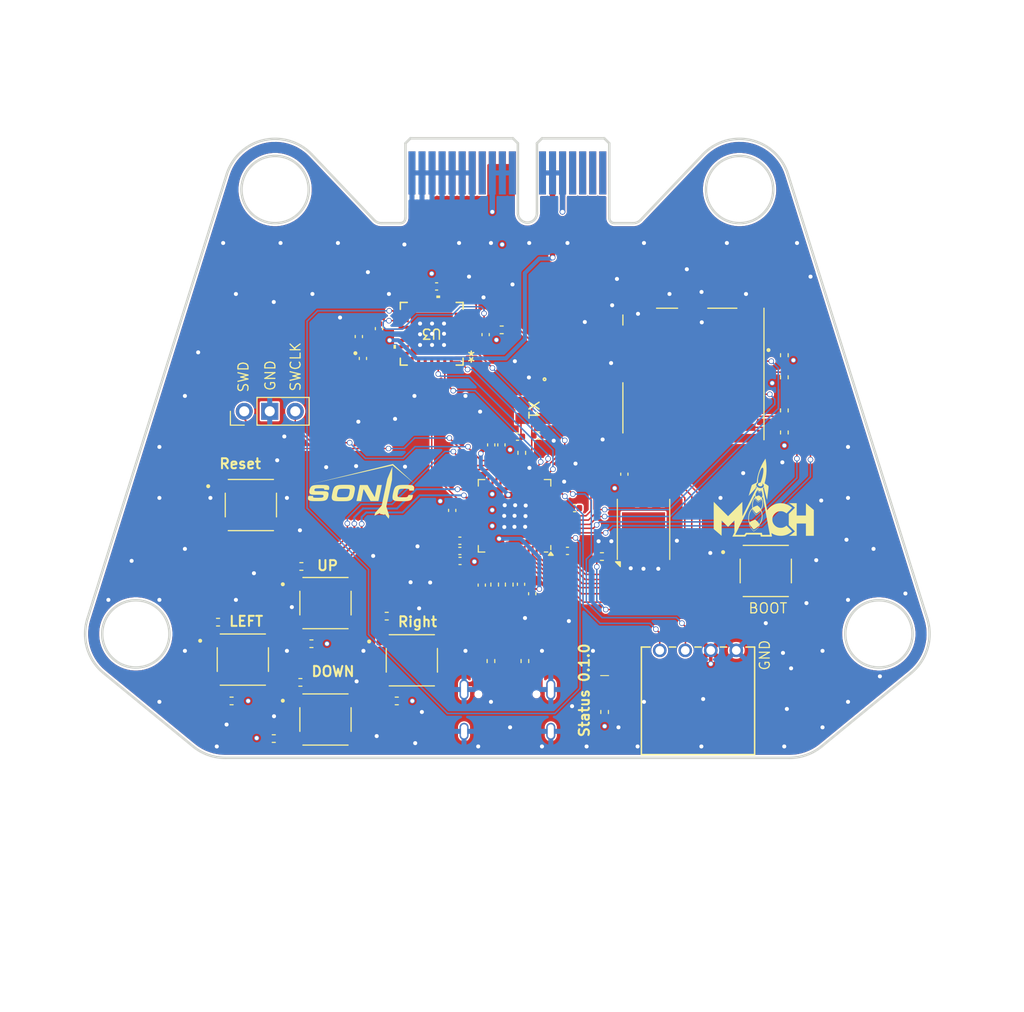
<source format=kicad_pcb>
(kicad_pcb (version 20241229) (generator "pcbnew") (generator_version "9.0")
  (layers (0 "F.Cu" signal) (4 "In1.Cu" signal "GND") (6 "In2.Cu" power "Power 3.3V") (2 "B.Cu" signal) (13 "F.Paste" user) (15 "B.Paste" user) (5 "F.SilkS" user "F.Silkscreen") (7 "B.SilkS" user "B.Silkscreen") (1 "F.Mask" user) (3 "B.Mask" user) (25 "Edge.Cuts" user))
  (net 0 "")
  (net 1 "/OSC2")
  (net 2 "/OSC1")
  (net 7 "+1V1")
  (net 9 "/CS_SD")
  (net 10 "GND")
  (net 11 "/MOSI")
  (net 12 "/MISO")
  (net 14 "/SCK")
  (net 16 "Net-(U2-USB_DP)")
  (net 17 "/SWCLK")
  (net 18 "Net-(U2-USB_DM)")
  (net 19 "/QSPI_SS")
  (net 20 "/STBY")
  (net 21 "+3.3V")
  (net 22 "/TX")
  (net 23 "/RESET")
  (net 25 "+5V")
  (net 26 "/RX")
  (net 27 "unconnected-(U2-GPIO18-Pad29)")
  (net 28 "/QSPI_SD0")
  (net 29 "/QSPI_SD3")
  (net 30 "/QSPI_SD1")
  (net 31 "/QSPI_CLK")
  (net 32 "/QSPI_SD2")
  (net 35 "/SCL")
  (net 36 "/SDA")
  (net 37 "/~{USB_BOOT_S}")
  (net 38 "/SWD")
  (net 39 "/CANL")
  (net 40 "/CANH")
  (net 41 "/INT")
  (net 42 "/USB_N")
  (net 43 "/USB_P")
  (net 45 "Net-(D1-A)")
  (net 47 "Net-(J4-DAT1)")
  (net 48 "Net-(J4-DAT2)")
  (net 49 "/RUN")
  (net 58 "/XOUT")
  (net 59 "/XIN")
  (net 71 "unconnected-(U2-GPIO17-Pad28)")
  (net 72 "/CS_CAN")
  (net 73 "/SCK_CAN")
  (net 74 "/MISO_CAN")
  (net 75 "/MOSI_CAN")
  (net 76 "/Push_Up")
  (net 77 "/Push_Right")
  (net 78 "/Push_Down")
  (net 79 "/Push_Left")
  (net 80 "Net-(R24-Pad1)")
  (net 81 "Net-(R25-Pad1)")
  (net 82 "Net-(R26-Pad1)")
  (net 83 "Net-(R9-Pad1)")
  (net 86 "Net-(J6-CC1)")
  (net 87 "Net-(J6-CC2)")
  (net 92 "Net-(C18-Pad1)")
  (footprint "Package_SON:WSON-8-1EP_6x5mm_P1.27mm_EP3.4x4.3mm" (layer "F.Cu") (at 159.975449 99.656 90)
    (property "Reference" "U4" (hide yes))
    (property "Value" "W25Q128JVP" (hide yes))
  )
  (footprint "Resistor_SMD:R_0402_1005Metric" (layer "F.Cu") (at 174 82.3 90)
    (property "Reference" "R19" (hide yes))
    (property "Value" "10K")
  )
  (footprint "Capacitor_SMD:C_0402_1005Metric" (layer "F.Cu") (at 153.1112 97.536 180)
    (property "Reference" "C15" (hide yes))
    (property "Value" "100 nF")
  )
  (footprint "Capacitor_SMD:C_0402_1005Metric" (layer "F.Cu") (at 141.7 102.8)
    (property "Reference" "C7" (hide yes))
    (property "Value" "1 uF")
  )
  (footprint "Resistor_SMD:R_0402_1005Metric" (layer "F.Cu") (at 145.85 79.775)
    (property "Reference" "R13" (hide yes))
    (property "Value" "10K")
  )
  (footprint "Resistor_SMD:R_0402_1005Metric" (layer "F.Cu") (at 174 87.8 -90)
    (property "Reference" "R17" (hide yes))
    (property "Value" "10K")
  )
  (footprint "Capacitor_SMD:C_0402_1005Metric" (layer "F.Cu") (at 139.37 75.45)
    (property "Reference" "C5" (hide yes))
    (property "Value" "100 nF")
  )
  (footprint "Capacitor_SMD:C_0402_1005Metric" (layer "F.Cu") (at 147.421053 90.419623 180)
    (property "Reference" "C18" (hide yes))
    (property "Value" "15 pF" (hide yes))
  )
  (footprint "Capacitor_SMD:C_0402_1005Metric" (layer "F.Cu") (at 141.6812 101.8032)
    (property "Reference" "C12" (hide yes))
    (property "Value" "100 nF")
  )
  (footprint "Resistor_SMD:R_0402_1005Metric" (layer "F.Cu") (at 174 90 90)
    (property "Reference" "R18" (hide yes))
    (property "Value" "10K")
  )
  (footprint "Resistor_SMD:R_0402_1005Metric" (layer "F.Cu") (at 125.9 103.35 180)
    (property "Reference" "R21" (hide yes))
    (property "Value" "10K")
  )
  (footprint "Capacitor_SMD:C_0402_1005Metric" (layer "F.Cu") (at 144.8054 91.2368 -90)
    (property "Reference" "C10" (hide yes))
    (property "Value" "100 nF")
  )
  (footprint "Capacitor_SMD:C_0402_1005Metric" (layer "F.Cu") (at 132.0292 82.6262 90)
    (property "Reference" "C22" (hide yes))
    (property "Value" "22 pF")
  )
  (footprint "challenge_template:PinHeader_1x03_P2.54mm_Vertical" (layer "F.Cu") (at 120.21 87.89 90)
    (property "Reference" "J3" (hide yes))
    (property "Value" "Conn_01x03" (hide yes))
  )
  (footprint "Resistor_SMD:R_0402_1005Metric" (layer "F.Cu") (at 123.15 120.5 180)
    (property "Reference" "R26" (hide yes))
    (property "Value" "1k")
  )
  (footprint "Capacitor_SMD:C_0402_1005Metric" (layer "F.Cu") (at 149.52 90.299999)
    (property "Reference" "C23" (hide yes))
    (property "Value" "15 pF" (hide yes))
  )
  (footprint "Resistor_SMD:R_0402_1005Metric" (layer "F.Cu") (at 118.95 116.75)
    (property "Reference" "R24" (hide yes))
    (property "Value" "1k")
  )
  (footprint "LED_SMD:LED_0402_1005Metric" (layer "F.Cu") (at 156.1 115.325 -90)
    (property "Reference" "D1" (hide yes))
    (property "Value" "LED")
  )
  (footprint "Capacitor_SMD:C_0402_1005Metric" (layer "F.Cu") (at 143.8656 105.2068 90)
    (property "Reference" "C9" (hide yes))
    (property "Value" "1 uF")
  )
  (footprint "Capacitor_SMD:C_0402_1005Metric" (layer "F.Cu") (at 141.6812 100.7872)
    (property "Reference" "C14" (hide yes))
    (property "Value" "100 nF")
  )
  (footprint "Resistor_SMD:R_0402_1005Metric" (layer "F.Cu") (at 156.1 117.85 -90)
    (property "Reference" "R14" (hide yes))
    (property "Value" "1K")
  )
  (footprint "Nicolas Library:CONN_PPTC041LGBN-RC_SUL" (layer "F.Cu") (at 161.59 111.7105 180)
    (property "Reference" "J2" (hide yes))
    (property "Value" "PPTC041LGBN-RC")
  )
  (footprint "LOGO" (layer "F.Cu") (at 171.95 97.45)
    (property "Reference" "G***" (hide yes))
    (property "Value" "LOGO" (hide yes))
  )
  (footprint "Resistor_SMD:R_0402_1005Metric" (layer "F.Cu") (at 135.4 116.75)
    (property "Reference" "R9" (hide yes))
    (property "Value" "10K")
  )
  (footprint "Nicolas Library:SW_TS-1187A-B-A-B" (layer "F.Cu") (at 120.07 112.63)
    (property "Reference" "S7" (hide yes))
    (property "Value" "TS-1187A-B-A-B")
  )
  (footprint "Connector_USB:USB_C_Receptacle_Palconn_UTC16-G" (layer "F.Cu") (at 146.67 118.53)
    (property "Reference" "J6" (hide yes))
    (property "Value" "USB_C_Receptacle_USB2.0_16P" (hide yes))
  )
  (footprint "Capacitor_SMD:C_0402_1005Metric" (layer "F.Cu") (at 144.25 80.25 90)
    (property "Reference" "C4" (hide yes))
    (property "Value" "100 nF")
  )
  (footprint "Resistor_SMD:R_0402_1005Metric" (layer "F.Cu") (at 145.15 105.156 -90)
    (property "Reference" "R5" (hide yes))
    (property "Value" "27")
  )
  (footprint "Capacitor_SMD:C_0402_1005Metric" (layer "F.Cu") (at 131.6228 80.4418 -90)
    (property "Reference" "C6" (hide yes))
    (property "Value" "22 pF")
  )
  (footprint "Nicolas Library:SW_TS-1187A-B-A-B" (layer "F.Cu") (at 128.3 118.6)
    (property "Reference" "S9" (hide yes))
    (property "Value" "TS-1187A-B-A-B")
  )
  (footprint "Capacitor_SMD:C_0402_1005Metric" (layer "F.Cu") (at 158.0642 94.1578 -90)
    (property "Reference" "C17" (hide yes))
    (property "Value" "100 nF")
  )
  (footprint "Capacitor_SMD:C_0402_1005Metric" (layer "F.Cu") (at 152.4 101.8 180)
    (property "Reference" "C13" (hide yes))
    (property "Value" "100 nF")
  )
  (footprint "Resistor_SMD:R_0402_1005Metric" (layer "F.Cu") (at 147.85 92.03 90)
    (property "Reference" "R3" (hide yes))
    (property "Value" "1k" (hide yes))
  )
  (footprint "Resistor_SMD:R_0402_1005Metric" (layer "F.Cu") (at 117.6 108.9 180)
    (property "Reference" "R22" (hide yes))
    (property "Value" "10K")
  )
  (footprint "challenge_template:OSC_X322516MLB4SI" (layer "F.Cu") (at 129.2292 81.0004 180)
    (property "Reference" "Y1" (hide yes))
    (property "Value" "X322516MLB4SI")
  )
  (footprint "Capacitor_SMD:C_0402_1005Metric" (layer "F.Cu") (at 145.8214 91.2368 -90)
    (property "Reference" "C20" (hide yes))
    (property "Value" "100 nF")
  )
  (footprint "Resistor_SMD:R_0402_1005Metric" (layer "F.Cu") (at 146.6 105.156 -90)
    (property "Reference" "R4" (hide yes))
    (property "Value" "27")
  )
  (footprint "Nicolas Library:SW_TS-1187A-B-A-B" (layer "F.Cu") (at 120.87 97.23)
    (property "Reference" "S11" (hide yes))
    (property "Value" "TS-1187A-B-A-B")
  )
  (footprint "Package_DFN_QFN:QFN-56-1EP_7x7mm_P0.4mm_EP3.2x3.2mm" (layer "F.Cu") (at 147.13 98.3025 180)
    (property "Reference" "U2" (hide yes))
    (property "Value" "RP2040" (hide yes))
  )
  (footprint "Resistor_SMD:R_0402_1005Metric" (layer "F.Cu") (at 125.8 114.9 180)
    (property "Reference" "R20" (hide yes))
    (property "Value" "10K")
  )
  (footprint "Resistor_SMD:R_0402_1005Metric" (layer "F.Cu") (at 134.4 108.3 180)
    (property "Reference" "R10" (hide yes))
    (property "Value" "10K")
  )
  (footprint "Resistor_SMD:R_0402_1005Metric" (layer "F.Cu") (at 144.78 112.776 -90)
    (property "Reference" "R11" (hide yes))
    (property "Value" "5.1K")
  )
  (footprint "challenge_template:ABM8-272-T3_ABR" (layer "F.Cu") (at 149.02 87.799999 -90)
    (property "Reference" "X1")
    (property "Value" "ABM8-272-T3")
  )
  (footprint "503398-1892:MOLEX_503398-1892" (layer "F.Cu") (at 164.945 84.17 -90)
    (property "Reference" "J4" (hide yes))
    (property "Value" "503398-1892")
  )
  (footprint "Nicolas Library:SW_TS-1187A-B-A-B" (layer "F.Cu") (at 172.15 103.8)
    (property "Reference" "S12" (hide yes))
    (property "Value" "TS-1187A-B-A-B")
  )
  (footprint "Resistor_SMD:R_0402_1005Metric" (layer "F.Cu") (at 155.829 102.362 180)
    (property "Reference" "R6" (hide yes))
    (property "Value" "1k")
  )
  (footprint "Resistor_SMD:R_0402_1005Metric" (layer "F.Cu") (at 148.16 112.776 -90)
    (property "Reference" "R12" (hide yes))
    (property "Value" "5.1K")
  )
  (footprint "Capacitor_SMD:C_0402_1005Metric" (layer "F.Cu") (at 147.775 105.125 90)
    (property "Reference" "C11" (hide yes))
    (property "Value" "100 nF")
  )
  (footprint "Resistor_SMD:R_0402_1005Metric" (layer "F.Cu") (at 174 84.5 90)
    (property "Reference" "R16" (hide yes))
    (property "Value" "10K")
  )
  (footprint "Nicolas Library:SW_TS-1187A-B-A-B" (layer "F.Cu") (at 128.3 107)
    (property "Reference" "S8" (hide yes))
    (property "Value" "TS-1187A-B-A-B")
  )
  (footprint "Capacitor_SMD:C_0402_1005Metric" (layer "F.Cu") (at 148.89 106.07 90)
    (property "Reference" "C8" (hide yes))
    (property "Value" "100 nF")
  )
  (footprint "Capacitor_SMD:C_0402_1005Metric" (layer "F.Cu") (at 140.9192 97.7646 90)
    (property "Reference" "C16" (hide yes))
    (property "Value" "100 nF")
  )
  (footprint "challenge_template:QFN28_6X6MC_MCH" (layer "F.Cu") (at 138.88 80.164 180)
    (property "Reference" "U3")
    (property "Value" "MCP25625T-E/ML")
  )
  (footprint "Nicolas Library:SW_TS-1187A-B-A-B" (layer "F.Cu") (at 136.9 112.7)
    (property "Reference" "S10" (hide yes))
    (property "Value" "TS-1187A-B-A-B")
  )
  (footprint "Capacitor_SMD:C_0402_1005Metric" (layer "F.Cu") (at 133.6294 79.6544 -90)
    (property "Reference" "C3" (hide yes))
    (property "Value" "100 nF")
  )
  (footprint "Resistor_SMD:R_0402_1005Metric" (layer "F.Cu") (at 126.9 111.05)
    (property "Reference" "R25" (hide yes))
    (property "Value" "1k")
  )
  (footprint "Connector_PCBEdge:BUS_PCIexpress_x1" (layer "B.Cu") (at 136.913 64.138595)
    (property "Reference" "J5" (hide yes))
    (property "Value" "Bus_PCI_Express_x1" (hide yes))
    (fp_line (start -0.65 -2.95) (end -0.65 4.506267) (stroke (width 0.25)) (layer "Edge.Cuts"))
    (fp_line (start -0.15 -3.45) (end -0.65 -2.95) (stroke (width 0.25)) (layer "Edge.Cuts"))
    (fp_line (start 10.05 -3.45) (end -0.15 -3.45) (stroke (width 0.25)) (layer "Edge.Cuts"))
    (fp_line (start 10.05 -3.45) (end 10.55 -2.95) (stroke (width 0.25)) (layer "Edge.Cuts"))
    (fp_line (start 10.55 -2.95) (end 10.55 4) (stroke (width 0.25)) (layer "Edge.Cuts"))
    (fp_line (start 12.45 -2.95) (end 12.45 4) (stroke (width 0.25)) (layer "Edge.Cuts"))
    (fp_line (start 12.95 -3.45) (end 12.45 -2.95) (stroke (width 0.25)) (layer "Edge.Cuts"))
    (fp_line (start 19.15 -3.45) (end 12.95 -3.45) (stroke (width 0.25)) (layer "Edge.Cuts"))
    (fp_line (start 19.15 -3.45) (end 19.65 -2.95) (stroke (width 0.25)) (layer "Edge.Cuts"))
    (fp_line (start 19.65 4.506267) (end 19.65 -2.95) (stroke (width 0.25)) (layer "Edge.Cuts"))
    (fp_arc (start 12.45 4) (mid 11.5 4.95) (end 10.55 4) (stroke (width 0.25)) (layer "Edge.Cuts"))
  )
  (gr_poly (pts (xy 130.419677 95.216888) (xy 130.592256 95.218652) (xy 130.727106 95.222388) (xy 130.831224 95.228748) (xy 130.873944 95.233114) (xy 130.911604 95.238381) (xy 130.945078 95.244629) (xy 130.97524 95.25194) (xy 131.002965 95.260395) (xy 131.029128 95.270075) (xy 131.080263 95.293438) (xy 131.081057 95.293438) (xy 131.090366 95.29831) (xy 131.09939 95.303546) (xy 131.108129 95.309146) (xy 131.116582 95.315107) (xy 131.124749 95.321426) (xy 131.132628 95.328102) (xy 131.140219 95.335132) (xy 131.147521 95.342514) (xy 131.154534 95.350247) (xy 131.161256 95.358327) (xy 131.167688 95.366753) (xy 131.173828 95.375522) (xy 131.179675 95.384632) (xy 131.18523 95.394082) (xy 131.19049 95.403868) (xy 131.195456 95.413989) (xy 131.200127 95.424443) (xy 131.204501 95.435227) (xy 131.208579 95.446339) (xy 131.212359 95.457777) (xy 131.215841 95.469539) (xy 131.219024 95.481623) (xy 131.221907 95.494026) (xy 131.22449 95.506746) (xy 131.226772 95.519782) (xy 131.228752 95.53313) (xy 131.230429 95.546789) (xy 131.231803 95.560757) (xy 131.233638 95.589609) (xy 131.234251 95.61967) (xy 131.234048 95.635762) (xy 131.233412 95.652641) (xy 131.232299 95.670534) (xy 131.230666 95.689668) (xy 131.228471 95.710273) (xy 131.22567 95.732574) (xy 131.218078 95.783182) (xy 131.207547 95.843315) (xy 131.193732 95.914796) (xy 131.17629 95.999448) (xy 131.154876 96.099095) (xy 131.132641 96.194445) (xy 131.110798 96.278346) (xy 131.088768 96.35207) (xy 131.077503 96.385514) (xy 131.065976 96.416892) (xy 131.054113 96.446364) (xy 131.041844 96.474087) (xy 131.029095 96.500223) (xy 131.015796 96.524929) (xy 131.001873 96.548366) (xy 130.987255 96.570692) (xy 130.971869 96.592067) (xy 130.955644 96.612651) (xy 130.932709 96.638702) (xy 130.908784 96.663004) (xy 130.883772 96.685595) (xy 130.857579 96.706512) (xy 130.830106 96.725791) (xy 130.801258 96.743471) (xy 130.770938 96.759588) (xy 130.73905 96.774179) (xy 130.705496 96.787282) (xy 130.670181 96.798934) (xy 130.633008 96.809172) (xy 130.593881 96.818034) (xy 130.552702 96.825556) (xy 130.509376 96.831775) (xy 130.463805 96.83673) (xy 130.415895 96.840457) (xy 130.321661 96.843955) (xy 130.196621 96.847006) (xy 130.050447 96.849164) (xy 129.892813 96.849982) (xy 129.702549 96.849343) (xy 129.547482 96.847105) (xy 129.422554 96.842782) (xy 129.322702 96.835893) (xy 129.242868 96.825952) (xy 129.208877 96.819687) (xy 129.177992 96.812477) (xy 129.149581 96.804263) (xy 129.123012 96.794984) (xy 129.072869 96.772988) (xy 129.063561 96.768124) (xy 129.054537 96.762907) (xy 129.045798 96.757341) (xy 129.037344 96.751427) (xy 129.029178 96.745166) (xy 129.021299 96.73856) (xy 129.013708 96.731611) (xy 129.006405 96.724321) (xy 128.999392 96.716692) (xy 128.99267 96.708725) (xy 128.986238 96.700421) (xy 128.980098 96.691784) (xy 128.974251 96.682814) (xy 128.968696 96.673513) (xy 128.963436 96.663883) (xy 128.95847 96.653926) (xy 128.9538 96.643643) (xy 128.949425 96.633036) (xy 128.945347 96.622107) (xy 128.941567 96.610858) (xy 128.938085 96.599291) (xy 128.934902 96.587406) (xy 128.932019 96.575207) (xy 128.929436 96.562694) (xy 128.927155 96.549869) (xy 128.925175 96.536735) (xy 128.923497 96.523293) (xy 128.922124 96.509544) (xy 128.921054 96.49549) (xy 128.920289 96.481134) (xy 128.919676 96.451519) (xy 128.919933 96.433556) (xy 128.920733 96.41463) (xy 128.922114 96.394507) (xy 128.924116 96.372951) (xy 128.926778 96.349724) (xy 128.93014 96.324592) (xy 128.936539 96.284039) (xy 129.442757 96.284039) (xy 129.442977 96.297601) (xy 129.443669 96.310469) (xy 129.444882 96.32266) (xy 129.446666 96.334192) (xy 129.449068 96.345081) (xy 129.452139 96.355345) (xy 129.455926 96.365001) (xy 129.46048 96.374067) (xy 129.465849 96.38256) (xy 129.472082 96.390496) (xy 129.479228 96.397894) (xy 129.487336 96.404771) (xy 129.496455 96.411143) (xy 129.506634 96.417029) (xy 129.517922 96.422445) (xy 129.530368 96.427409) (xy 129.54402 96.431939) (xy 129.558929 96.436051) (xy 129.575142 96.439762) (xy 129.592709 96.443091) (xy 129.61168 96.446053) (xy 129.632101 96.448668) (xy 129.654024 96.450951) (xy 129.677497 96.452921) (xy 129.702568 96.454594) (xy 129.729287 96.455988) (xy 129.787863 96.458008) (xy 129.853619 96.459118) (xy 129.926945 96.459457) (xy 130.072176 96.458973) (xy 130.187493 96.457374) (xy 130.278105 96.454434) (xy 130.315774 96.452392) (xy 130.34922 96.449932) (xy 130.382983 96.44613) (xy 130.414132 96.440872) (xy 130.428775 96.43765) (xy 130.442823 96.434005) (xy 130.456296 96.42992) (xy 130.469213 96.425376) (xy 130.481594 96.420352) (xy 130.493458 96.41483) (xy 130.504826 96.40879) (xy 130.515717 96.402214) (xy 130.52615 96.395082) (xy 130.536145 96.387376) (xy 130.545722 96.379075) (xy 130.5549 96.37016) (xy 130.5637 96.360614) (xy 130.572139 96.350415) (xy 130.580239 96.339546) (xy 130.588019 96.327986) (xy 130.595499 96.315718) (xy 130.602697 96.30272) (xy 130.609634 96.288976) (xy 130.616329 96.274464) (xy 130.629073 96.243064) (xy 130.641086 96.208366) (xy 130.652524 96.170217) (xy 130.663545 96.128464) (xy 130.690049 96.006536) (xy 130.700422 95.954935) (xy 130.708888 95.909091) (xy 130.715457 95.868642) (xy 130.720137 95.833226) (xy 130.722938 95.802479) (xy 130.72387 95.776039) (xy 130.723698 95.762289) (xy 130.723135 95.749305) (xy 130.722111 95.737063) (xy 130.720555 95.725543) (xy 130.718399 95.714722) (xy 130.715572 95.70458) (xy 130.712003 95.695095) (xy 130.707623 95.686246) (xy 130.702362 95.67801) (xy 130.696149 95.670367) (xy 130.688915 95.663294) (xy 130.680589 95.656771) (xy 130.671102 95.650776) (xy 130.660383 95.645288) (xy 130.648362 95.640284) (xy 130.63497 95.635743) (xy 130.620136 95.631645) (xy 130.60379 95.627966) (xy 130.585862 95.624687) (xy 130.566283 95.621784) (xy 130.544981 95.619238) (xy 130.521887 95.617026) (xy 130.496932 95.615126) (xy 130.470044 95.613518) (xy 130.410191 95.61109) (xy 130.341769 95.609568) (xy 130.264218 95.608781) (xy 130.176976 95.608557) (xy 130.020694 95.609498) (xy 129.896038 95.61296) (xy 129.844221 95.615936) (xy 129.798692 95.619901) (xy 129.758912 95.624975) (xy 129.72434 95.631278) (xy 129.694438 95.63893) (xy 129.668666 95.648051) (xy 129.646485 95.65876) (xy 129.627354 95.671177) (xy 129.610735 95.685421) (xy 129.596088 95.701614) (xy 129.582873 95.719873) (xy 129.570551 95.74032) (xy 129.569757 95.739526) (xy 129.559698 95.759184) (xy 129.549259 95.783531) (xy 129.538584 95.811973) (xy 129.527813 95.843916) (xy 129.517088 95.878766) (xy 129.506552 95.915929) (xy 129.486612 95.994816) (xy 129.469128 96.075823) (xy 129.455234 96.154198) (xy 129.449988 96.190913) (xy 129.446066 96.225188) (xy 129.443608 96.256428) (xy 129.442757 96.284039) (xy 128.936539 96.284039) (xy 128.939123 96.267667) (xy 128.951379 96.200287) (xy 128.967226 96.120563) (xy 128.98698 96.026607) (xy 129.010957 95.916532) (xy 129.028386 95.840462) (xy 129.046584 95.770415) (xy 129.065761 95.70611) (xy 129.086128 95.647265) (xy 129.107894 95.593595) (xy 129.131271 95.54482) (xy 129.156468 95.500656) (xy 129.183697 95.46082) (xy 129.213167 95.425031) (xy 129.24509 95.393006) (xy 129.279675 95.364461) (xy 129.317134 95.339116) (xy 129.357675 95.316686) (xy 129.401511 95.296891) (xy 129.448852 95.279446) (xy 129.499907 95.264069) (xy 129.526213 95.257256) (xy 129.553271 95.251084) (xy 129.581422 95.245526) (xy 129.611007 95.240554) (xy 129.642369 95.236141) (xy 129.67585 95.232257) (xy 129.711791 95.228876) (xy 129.750534 95.225969) (xy 129.792421 95.223509) (xy 129.837793 95.221467) (xy 129.940364 95.218528) (xy 130.06098 95.216928) (xy 130.202376 95.216444)) (fill yes) (layer "F.SilkS"))
  (gr_poly (pts (xy 137.210395 95.142626) (xy 134.987894 93.285251) (xy 126.846401 95.142626) (xy 135.018057 93.138407)) (fill yes) (layer "F.SilkS"))
  (gr_poly (pts (xy 133.207514 96.449932) (xy 133.451989 95.233907) (xy 133.912364 95.233907) (xy 133.574226 96.833313) (xy 132.792383 96.833313) (xy 132.092295 95.629195) (xy 131.850201 96.833313) (xy 131.382683 96.833313) (xy 131.723202 95.233907) (xy 132.497901 95.233907)) (fill yes) (layer "F.SilkS"))
  (gr_poly (pts (xy 134.926776 94.719557) (xy 134.360038 97.380207) (xy 134.660076 98.31842) (xy 134.598957 98.601788) (xy 134.205257 98.109663) (xy 134.183826 98.208088) (xy 133.718689 98.10887) (xy 133.739326 98.010445) (xy 133.178145 98.298576) (xy 133.238469 98.016001) (xy 133.894901 97.280988) (xy 134.460844 94.620338) (xy 134.958526 93.420982)) (fill yes) (layer "F.SilkS"))
  (gr_poly (pts (xy 136.477653 95.22401) (xy 136.594578 95.226772) (xy 136.690788 95.23093) (xy 136.769249 95.236651) (xy 136.832931 95.244102) (xy 136.884799 95.25345) (xy 136.927821 95.264863) (xy 136.953396 95.273809) (xy 136.977152 95.283707) (xy 136.988355 95.289026) (xy 136.999112 95.294598) (xy 137.009427 95.300429) (xy 137.019301 95.306523) (xy 137.028738 95.312885) (xy 137.037741 95.319522) (xy 137.046313 95.326437) (xy 137.054456 95.333636) (xy 137.062173 95.341124) (xy 137.069468 95.348906) (xy 137.076343 95.356987) (xy 137.082801 95.365372) (xy 137.088846 95.374066) (xy 137.094479 95.383075) (xy 137.099704 95.392403) (xy 137.104524 95.402056) (xy 137.108942 95.412039) (xy 137.11296 95.422356) (xy 137.116582 95.433013) (xy 137.11981 95.444015) (xy 137.122648 95.455367) (xy 137.125097 95.467074) (xy 137.127162 95.479141) (xy 137.128845 95.491573) (xy 137.131077 95.517554) (xy 137.131816 95.545057) (xy 137.131355 95.5711) (xy 137.129918 95.597283) (xy 137.127421 95.624266) (xy 137.123779 95.652709) (xy 137.11891 95.683273) (xy 137.112729 95.716618) (xy 137.105153 95.753405) (xy 137.096098 95.794294) (xy 136.630959 95.794294) (xy 136.634085 95.77352) (xy 136.635313 95.764701) (xy 136.636317 95.75669) (xy 136.637098 95.749313) (xy 136.637656 95.742391) (xy 136.637991 95.735747) (xy 136.638103 95.729207) (xy 136.63794 95.719142) (xy 136.637419 95.709625) (xy 136.636485 95.700641) (xy 136.635087 95.692175) (xy 136.633173 95.684212) (xy 136.630689 95.676736) (xy 136.627583 95.669734) (xy 136.623803 95.663189) (xy 136.619296 95.657088) (xy 136.61401 95.651414) (xy 136.607893 95.646154) (xy 136.600891 95.641291) (xy 136.592953 95.636812) (xy 136.584026 95.632701) (xy 136.574057 95.628943) (xy 136.562994 95.625523) (xy 136.550785 95.622427) (xy 136.537377 95.619638) (xy 136.522717 95.617144) (xy 136.506754 95.614927) (xy 136.489435 95.612974) (xy 136.470706 95.611269) (xy 136.450517 95.609797) (xy 136.428813 95.608544) (xy 136.405544 95.607495) (xy 136.380656 95.606634) (xy 136.325814 95.605417) (xy 136.263867 95.604775) (xy 136.194397 95.604588) (xy 136.023493 95.605555) (xy 135.955528 95.606848) (xy 135.89813 95.608755) (xy 135.85048 95.611332) (xy 135.81176 95.614634) (xy 135.781151 95.618718) (xy 135.757835 95.623638) (xy 135.735012 95.630208) (xy 135.724317 95.633765) (xy 135.714076 95.637535) (xy 135.704271 95.64154) (xy 135.694884 95.645802) (xy 135.685898 95.650344) (xy 135.677294 95.65519) (xy 135.669056 95.660361) (xy 135.661164 95.66588) (xy 135.653603 95.67177) (xy 135.646353 95.678054) (xy 135.639398 95.684753) (xy 135.632719 95.691892) (xy 135.626299 95.699493) (xy 135.620119 95.707577) (xy 135.614163 95.716169) (xy 135.608413 95.72529) (xy 135.60285 95.734964) (xy 135.597457 95.745212) (xy 135.592217 95.756058) (xy 135.587111 95.767525) (xy 135.582122 95.779634) (xy 135.577232 95.792409) (xy 135.567679 95.820047) (xy 135.558309 95.85062) (xy 135.548981 95.884308) (xy 135.539553 95.921294) (xy 135.524655 95.986583) (xy 135.512045 96.044301) (xy 135.50163 96.095284) (xy 135.493317 96.140369) (xy 135.487014 96.180395) (xy 135.482626 96.216197) (xy 135.480062 96.248614) (xy 135.479228 96.278482) (xy 135.47944 96.292051) (xy 135.480105 96.304939) (xy 135.481265 96.317163) (xy 135.482964 96.328738) (xy 135.485247 96.339681) (xy 135.488154 96.350008) (xy 135.491731 96.359737) (xy 135.496021 96.368883) (xy 135.501066 96.377462) (xy 135.506911 96.385492) (xy 135.513597 96.392988) (xy 135.52117 96.399968) (xy 135.529671 96.406446) (xy 135.539145 96.412441) (xy 135.549635 96.417968) (xy 135.561183 96.423044) (xy 135.573834 96.427685) (xy 135.58763 96.431907) (xy 135.602615 96.435727) (xy 135.618832 96.439162) (xy 135.636325 96.442228) (xy 135.655136 96.444941) (xy 135.67531 96.447317) (xy 135.696889 96.449374) (xy 135.719917 96.451127) (xy 135.744437 96.452593) (xy 135.798126 96.45473) (xy 135.858304 96.455916) (xy 135.925315 96.456282) (xy 136.151473 96.455092) (xy 136.22866 96.453268) (xy 136.287365 96.450329) (xy 136.331671 96.44605) (xy 136.365661 96.440209) (xy 136.393419 96.432581) (xy 136.419028 96.422945) (xy 136.432543 96.417343) (xy 136.438953 96.414346) (xy 136.44514 96.411207) (xy 136.45111 96.407918) (xy 136.45687 96.40447) (xy 136.462425 96.400853) (xy 136.467782 96.397061) (xy 136.472948 96.393084) (xy 136.477927 96.388913) (xy 136.482728 96.38454) (xy 136.487355 96.379957) (xy 136.491815 96.375154) (xy 136.496115 96.370124) (xy 136.50026 96.364857) (xy 136.504258 96.359345) (xy 136.508113 96.35358) (xy 136.511833 96.347553) (xy 136.515423 96.341256) (xy 136.518891 96.334679) (xy 136.522241 96.327814) (xy 136.525481 96.320653) (xy 136.531654 96.305408) (xy 136.53746 96.288874) (xy 136.542948 96.270983) (xy 136.548169 96.251667) (xy 136.553173 96.230857) (xy 137.023073 96.230857) (xy 137.023069 96.231651) (xy 137.004506 96.318061) (xy 136.987673 96.389979) (xy 136.971919 96.449507) (xy 136.964243 96.475282) (xy 136.956593 96.498748) (xy 136.948887 96.520167) (xy 136.941043 96.539802) (xy 136.932982 96.557917) (xy 136.92462 96.574774) (xy 136.915876 96.590635) (xy 136.906671 96.605764) (xy 136.886545 96.634876) (xy 136.876504 96.647865) (xy 136.866161 96.660346) (xy 136.85549 96.672328) (xy 136.84447 96.68382) (xy 136.833074 96.69483) (xy 136.821281 96.705366) (xy 136.809066 96.715438) (xy 136.796404 96.725053) (xy 136.783273 96.734221) (xy 136.769649 96.74295) (xy 136.755507 96.751248) (xy 136.740823 96.759124) (xy 136.725575 96.766587) (xy 136.709738 96.773645) (xy 136.693288 96.780307) (xy 136.676201 96.786581) (xy 136.658454 96.792476) (xy 136.640023 96.798001) (xy 136.620883 96.803164) (xy 136.601012 96.807974) (xy 136.558978 96.816567) (xy 136.513731 96.82385) (xy 136.465079 96.829892) (xy 136.412832 96.83476) (xy 136.356799 96.838523) (xy 136.29679 96.841251) (xy 136.214872 96.842999) (xy 136.092101 96.844525) (xy 135.945071 96.845604) (xy 135.790376 96.846013) (xy 135.636832 96.844928) (xy 135.50857 96.84135) (xy 135.402297 96.834795) (xy 135.356378 96.830251) (xy 135.314721 96.82478) (xy 135.276916 96.818324) (xy 135.242549 96.810822) (xy 135.21121 96.802212) (xy 135.182488 96.792435) (xy 135.15597 96.78143) (xy 135.131244 96.769137) (xy 135.1079 96.755495) (xy 135.085526 96.740444) (xy 135.078429 96.735412) (xy 135.071572 96.730136) (xy 135.064956 96.724614) (xy 135.058578 96.718846) (xy 135.052437 96.712828) (xy 135.046534 96.70656) (xy 135.040866 96.70004) (xy 135.035433 96.693266) (xy 135.030234 96.686236) (xy 135.025267 96.678948) (xy 135.020533 96.671401) (xy 135.016028 96.663593) (xy 135.011754 96.655522) (xy 135.007708 96.647187) (xy 135.003889 96.638586) (xy 135.000298 96.629716) (xy 134.996931 96.620577) (xy 134.99379 96.611166) (xy 134.988176 96.591523) (xy 134.983448 96.570773) (xy 134.979598 96.548903) (xy 134.976618 96.525897) (xy 134.974499 96.501743) (xy 134.973234 96.476426) (xy 134.972814 96.449932) (xy 134.973258 96.426239) (xy 134.974578 96.400178) (xy 134.979784 96.341374) (xy 134.988301 96.274366) (xy 135 96.2) (xy 135.01475 96.119123) (xy 135.03242 96.032581) (xy 135.052881 95.94122) (xy 135.076002 95.845888) (xy 135.092002 95.784002) (xy 135.108564 95.726776) (xy 135.125862 95.673978) (xy 135.144066 95.625374) (xy 135.163349 95.580734) (xy 135.183884 95.539823) (xy 135.205841 95.50241) (xy 135.229394 95.468262) (xy 135.254714 95.437146) (xy 135.281974 95.40883) (xy 135.311345 95.383081) (xy 135.343 95.359667) (xy 135.37711 95.338355) (xy 135.413848 95.318913) (xy 135.453386 95.301108) (xy 135.495895 95.284707) (xy 135.52141 95.276154) (xy 135.547837 95.268339) (xy 135.575454 95.261235) (xy 135.60454 95.254817) (xy 135.635376 95.24906) (xy 135.668239 95.243937) (xy 135.703409 95.239424) (xy 135.741165 95.235494) (xy 135.781786 95.232123) (xy 135.82555 95.229284) (xy 135.872738 95.226952) (xy 135.923628 95.225101) (xy 136.037631 95.222742) (xy 136.16979 95.222001)) (fill yes) (layer "F.SilkS"))
  (gr_poly (pts (xy 127.978309 95.221704) (xy 128.111552 95.223402) (xy 128.219513 95.226606) (xy 128.306405 95.231625) (xy 128.376443 95.238764) (xy 128.433839 95.248331) (xy 128.482808 95.260632) (xy 128.527564 95.275975) (xy 128.536649 95.279668) (xy 128.54545 95.283603) (xy 128.553968 95.287779) (xy 128.5622 95.292196) (xy 128.570148 95.296855) (xy 128.577811 95.301755) (xy 128.585188 95.306895) (xy 128.592279 95.312277) (xy 128.599084 95.317899) (xy 128.605603 95.323762) (xy 128.611836 95.329865) (xy 128.617781 95.336209) (xy 128.62344 95.342792) (xy 128.62881 95.349616) (xy 128.633894 95.356679) (xy 128.638689 95.363982) (xy 128.643195 95.371525) (xy 128.647413 95.379307) (xy 128.651342 95.387328) (xy 128.654982 95.395588) (xy 128.658332 95.404087) (xy 128.661393 95.412825) (xy 128.664163 95.421802) (xy 128.666643 95.431017) (xy 128.668833 95.440471) (xy 128.670731 95.450162) (xy 128.672338 95.460092) (xy 128.673654 95.47026) (xy 128.674677 95.480665) (xy 128.675409 95.491308) (xy 128.675848 95.502189) (xy 128.675995 95.513307) (xy 128.675641 95.535071) (xy 128.674506 95.557199) (xy 128.672479 95.580126) (xy 128.669446 95.60429) (xy 128.665298 95.630129) (xy 128.659921 95.658079) (xy 128.653205 95.688578) (xy 128.645039 95.722063) (xy 128.172757 95.722063) (xy 128.175883 95.704129) (xy 128.17711 95.696362) (xy 128.178115 95.689321) (xy 128.178896 95.682949) (xy 128.179454 95.677191) (xy 128.179789 95.671992) (xy 128.179901 95.667294) (xy 128.179728 95.659386) (xy 128.179191 95.651878) (xy 128.178257 95.644759) (xy 128.176896 95.63802) (xy 128.175079 95.631652) (xy 128.172775 95.625644) (xy 128.169952 95.619987) (xy 128.166581 95.614671) (xy 128.162631 95.609687) (xy 128.158071 95.605024) (xy 128.152871 95.600673) (xy 128.147001 95.596624) (xy 128.140429 95.592868) (xy 128.133126 95.589394) (xy 128.125061 95.586194) (xy 128.116202 95.583256) (xy 128.106521 95.580572) (xy 128.095986 95.578132) (xy 128.084567 95.575926) (xy 128.072233 95.573944) (xy 128.058954 95.572176) (xy 128.044699 95.570613) (xy 128.029437 95.569246) (xy 128.013139 95.568063) (xy 127.995773 95.567057) (xy 127.97731 95.566216) (xy 127.936967 95.564992) (xy 127.891866 95.564315) (xy 127.841763 95.564107) (xy 127.69203 95.565335) (xy 127.551152 95.568572) (xy 127.433342 95.573148) (xy 127.352814 95.578394) (xy 127.343701 95.579442) (xy 127.33482 95.580797) (xy 127.326174 95.582455) (xy 127.317768 95.58441) (xy 127.309604 95.586657) (xy 127.301688 95.589194) (xy 127.294022 95.592014) (xy 127.28661 95.595113) (xy 127.279456 95.598486) (xy 127.272565 95.602129) (xy 127.265939 95.606038) (xy 127.259582 95.610206) (xy 127.253499 95.614631) (xy 127.247692 95.619307) (xy 127.242167 95.624229) (xy 127.236926 95.629393) (xy 127.231973 95.634794) (xy 127.227313 95.640428) (xy 127.222949 95.64629) (xy 127.218884 95.652374) (xy 127.215122 95.658678) (xy 127.211668 95.665195) (xy 127.208525 95.671922) (xy 127.205697 95.678853) (xy 127.203187 95.685985) (xy 127.201 95.693311) (xy 127.199139 95.700829) (xy 127.197608 95.708532) (xy 127.19641 95.716417) (xy 127.19555 95.724479) (xy 127.195031 95.732712) (xy 127.194857 95.741113) (xy 127.195023 95.747288) (xy 127.195513 95.753305) (xy 127.196317 95.759154) (xy 127.197425 95.764826) (xy 127.198825 95.770313) (xy 127.200508 95.775604) (xy 127.202463 95.780691) (xy 127.20468 95.785563) (xy 127.207148 95.790212) (xy 127.209856 95.794629) (xy 127.212795 95.798804) (xy 127.215954 95.802728) (xy 127.219322 95.806391) (xy 127.222888 95.809785) (xy 127.226643 95.812899) (xy 127.230576 95.815725) (xy 127.237776 95.820337) (xy 127.24442 95.824381) (xy 127.247639 95.826204) (xy 127.250846 95.827901) (xy 127.254082 95.829479) (xy 127.25739 95.830943) (xy 127.260812 95.832299) (xy 127.26439 95.833553) (xy 127.268166 95.83471) (xy 127.272183 95.835776) (xy 127.276482 95.836756) (xy 127.281106 95.837656) (xy 127.286097 95.838483) (xy 127.291496 95.839241) (xy 127.297347 95.839936) (xy 127.303691 95.840574) (xy 127.310571 95.84116) (xy 127.318028 95.841701) (xy 127.334844 95.842668) (xy 127.354476 95.843519) (xy 127.377261 95.844301) (xy 127.403536 95.845059) (xy 127.467907 95.846682) (xy 127.921139 95.846682) (xy 127.952417 95.847128) (xy 128.002895 95.848468) (xy 128.071827 95.8507) (xy 128.15847 95.853825) (xy 128.21975 95.856556) (xy 128.271282 95.859593) (xy 128.314628 95.863244) (xy 128.351351 95.867815) (xy 128.367718 95.870543) (xy 128.383014 95.873615) (xy 128.397437 95.877071) (xy 128.41118 95.880949) (xy 128.42444 95.885288) (xy 128.437411 95.890125) (xy 128.450289 95.8955) (xy 128.46327 95.90145) (xy 128.472126 95.905359) (xy 128.480684 95.909497) (xy 128.488947 95.913864) (xy 128.496916 95.918462) (xy 128.504591 95.92329) (xy 128.511973 95.928349) (xy 128.519064 95.933641) (xy 128.525865 95.939166) (xy 128.532375 95.944924) (xy 128.538598 95.950917) (xy 128.544533 95.957145) (xy 128.550181 95.963609) (xy 128.555544 95.97031) (xy 128.560622 95.977248) (xy 128.565417 95.984424) (xy 128.56993 95.991839) (xy 128.574161 95.999493) (xy 128.578112 96.007387) (xy 128.581784 96.015523) (xy 128.585177 96.0239) (xy 128.588293 96.03252) (xy 128.591133 96.041383) (xy 128.593697 96.050489) (xy 128.595987 96.059841) (xy 128.598004 96.069437) (xy 128.599749 96.07928) (xy 128.601222 96.089369) (xy 128.602426 96.099706) (xy 128.60336 96.110292) (xy 128.604026 96.121126) (xy 128.604557 96.143544) (xy 128.603778 96.178149) (xy 128.601482 96.213361) (xy 128.597735 96.248972) (xy 128.592602 96.284769) (xy 128.586148 96.320544) (xy 128.578438 96.356085) (xy 128.569538 96.391181) (xy 128.559512 96.425623) (xy 128.548426 96.4592) (xy 128.536345 96.491701) (xy 128.523333 96.522916) (xy 128.509456 96.552635) (xy 128.49478 96.580647) (xy 128.479368 96.606742) (xy 128.463287 96.630709) (xy 128.446601 96.652338) (xy 128.434248 96.666367) (xy 128.4214 96.679741) (xy 128.407984 96.692472) (xy 128.39393 96.704575) (xy 128.379164 96.716063) (xy 128.363616 96.726951) (xy 128.347213 96.737252) (xy 128.329882 96.74698) (xy 128.311554 96.756149) (xy 128.292154 96.764772) (xy 128.271612 96.772863) (xy 128.249855 96.780437) (xy 128.226811 96.787506) (xy 128.202409 96.794086) (xy 128.176577 96.800189) (xy 128.149242 96.805829) (xy 128.120333 96.811021) (xy 128.089778 96.815777) (xy 128.023441 96.82404) (xy 127.949655 96.830729) (xy 127.867846 96.835954) (xy 127.777437 96.839826) (xy 127.677853 96.842455) (xy 127.568518 96.843951) (xy 127.448857 96.844425) (xy 127.182567 96.8429) (xy 127.082168 96.840784) (xy 126.999099 96.837579) (xy 126.929982 96.833147) (xy 126.871441 96.827347) (xy 126.8201 96.820041) (xy 126.772582 96.811088) (xy 126.745697 96.804323) (xy 126.720689 96.796518) (xy 126.69754 96.787658) (xy 126.686656 96.782827) (xy 126.676229 96.777726) (xy 126.666256 96.772352) (xy 126.656736 96.766705) (xy 126.647665 96.760781) (xy 126.639042 96.75458) (xy 126.630863 96.748098) (xy 126.623127 96.741334) (xy 126.61583 96.734285) (xy 126.608971 96.72695) (xy 126.602546 96.719327) (xy 126.596554 96.711414) (xy 126.590992 96.703208) (xy 126.585857 96.694707) (xy 126.581148 96.68591) (xy 126.57686 96.676815) (xy 126.572993 96.667419) (xy 126.569544 96.65772) (xy 126.566509 96.647717) (xy 126.563887 96.637407) (xy 126.561675 96.626789) (xy 126.559871 96.615859) (xy 126.558472 96.604617) (xy 126.557476 96.593061) (xy 126.556682 96.568994) (xy 126.55705 96.54276) (xy 126.557546 96.53007) (xy 126.558282 96.517475) (xy 126.559284 96.504833) (xy 126.560575 96.492003) (xy 126.56218 96.478843) (xy 126.564124 96.465211) (xy 126.56643 96.450965) (xy 126.569123 96.435964) (xy 126.57577 96.403125) (xy 126.584257 96.365562) (xy 126.594782 96.322138) (xy 127.071826 96.322138) (xy 127.073414 96.322139) (xy 127.068912 96.350019) (xy 127.067261 96.361317) (xy 127.065972 96.371351) (xy 127.065019 96.380491) (xy 127.064372 96.389111) (xy 127.064005 96.397582) (xy 127.063889 96.406276) (xy 127.063965 96.410255) (xy 127.064193 96.414153) (xy 127.064572 96.41797) (xy 127.065099 96.421705) (xy 127.065774 96.425355) (xy 127.066594 96.428921) (xy 127.067557 96.432401) (xy 127.068663 96.435794) (xy 127.06991 96.439098) (xy 127.071296 96.442313) (xy 127.072819 96.445437) (xy 127.074479 96.448469) (xy 127.076272 96.451408) (xy 127.078198 96.454253) (xy 127.080256 96.457003) (xy 127.082442 96.459656) (xy 127.084757 96.462211) (xy 127.087198 96.464668) (xy 127.089764 96.467024) (xy 127.092453 96.46928) (xy 127.095263 96.471433) (xy 127.098193 96.473483) (xy 127.101242 96.475428) (xy 127.104407 96.477267) (xy 127.107687 96.478999) (xy 127.111081 96.480623) (xy 127.118203 96.483542) (xy 127.12576 96.486015) (xy 127.133738 96.488032) (xy 127.143221 96.489789) (xy 127.154607 96.491483) (xy 127.182517 96.494655) (xy 127.216324 96.497492) (xy 127.254885 96.499938) (xy 127.297054 96.501938) (xy 127.341689 96.503436) (xy 127.387644 96.504375) (xy 127.433776 96.504701) (xy 127.583137 96.503845) (xy 127.719625 96.501427) (xy 127.829473 96.497669) (xy 127.870104 96.495357) (xy 127.898914 96.492795) (xy 127.925273 96.489264) (xy 127.949611 96.484899) (xy 127.971973 96.479667) (xy 127.992402 96.473534) (xy 128.010944 96.466466) (xy 128.01952 96.462571) (xy 128.027641 96.458429) (xy 128.035311 96.454037) (xy 128.042538 96.44939) (xy 128.049325 96.444485) (xy 128.055679 96.439316) (xy 128.061605 96.433879) (xy 128.067109 96.428171) (xy 128.072196 96.422187) (xy 128.076872 96.415923) (xy 128.081142 96.409375) (xy 128.085011 96.402538) (xy 128.088486 96.395409) (xy 128.091572 96.387982) (xy 128.094274 96.380255) (xy 128.096597 96.372222) (xy 128.098548 96.363879) (xy 128.100132 96.355223) (xy 128.102221 96.336952) (xy 128.102907 96.317376) (xy 128.102658 96.309026) (xy 128.101915 96.300952) (xy 128.100689 96.293171) (xy 128.098988 96.2857) (xy 128.096822 96.278555) (xy 128.094201 96.271751) (xy 128.091133 96.265305) (xy 128.087628 96.259234) (xy 128.083695 96.253553) (xy 128.079343 96.248279) (xy 128.074582 96.243429) (xy 128.069421 96.239018) (xy 128.063869 96.235063) (xy 128.057936 96.231579) (xy 128.051631 96.228585) (xy 128.044964 96.226095) (xy 128.038201 96.224067) (xy 128.02982 96.222151) (xy 128.019821 96.220346) (xy 128.008203 96.218653) (xy 127.994967 96.217072) (xy 127.980112 96.215602) (xy 127.945546 96.212998) (xy 127.904507 96.21084) (xy 127.856994 96.209128) (xy 127.803006 96.207863) (xy 127.742545 96.207044) (xy 127.30122 96.207044) (xy 127.223256 96.206486) (xy 127.152863 96.204812) (xy 127.089726 96.202021) (xy 127.033528 96.198115) (xy 126.983952 96.193092) (xy 126.940684 96.186952) (xy 126.903405 96.179697) (xy 126.871801 96.171325) (xy 126.850026 96.16367) (xy 126.839662 96.159457) (xy 126.829647 96.154988) (xy 126.819982 96.150263) (xy 126.810666 96.145279) (xy 126.8017 96.140039) (xy 126.793084 96.13454) (xy 126.784817 96.128783) (xy 126.776901 96.122768) (xy 126.769335 96.116495) (xy 126.76212 96.109962) (xy 126.755255 96.10317) (xy 126.74874 96.096118) (xy 126.742577 96.088807) (xy 126.736764 96.081235) (xy 126.731303 96.073403) (xy 126.726193 96.06531) (xy 126.721435 96.056956) (xy 126.717028 96.048341) (xy 126.712972 96.039464) (xy 126.709269 96.030325) (xy 126.705918 96.020924) (xy 126.702918 96.011261) (xy 126.700272 96.001335) (xy 126.697977 95.991145) (xy 126.696035 95.980693) (xy 126.694446 95.969977) (xy 126.69321 95.958996) (xy 126.692327 95.947752) (xy 126.691797 95.936243) (xy 126.69162 95.924469) (xy 126.69248 95.889278) (xy 126.695003 95.853233) (xy 126.699102 95.816598) (xy 126.704692 95.779635) (xy 126.711687 95.742606) (xy 126.72 95.705775) (xy 126.729545 95.669405) (xy 126.740237 95.633758) (xy 126.751989 95.599097) (xy 126.764716 95.565685) (xy 126.778331 95.533784) (xy 126.792749 95.503658) (xy 126.807882 95.475568) (xy 126.823646 95.449779) (xy 126.839954 95.426552) (xy 126.85672 95.406151) (xy 126.869288 95.39277) (xy 126.88233 95.380005) (xy 126.895912 95.367843) (xy 126.910096 95.356271) (xy 126.92495 95.345278) (xy 126.940537 95.334849) (xy 126.956922 95.324973) (xy 126.97417 95.315638) (xy 126.992346 95.306831) (xy 127.011515 95.298539) (xy 127.031741 95.29075) (xy 127.053089 95.283451) (xy 127.075625 95.27663) (xy 127.099412 95.270275) (xy 127.124517 95.264372) (xy 127.151003 95.25891) (xy 127.208379 95.249256) (xy 127.272059 95.241215) (xy 127.342562 95.234684) (xy 127.420406 95.229566) (xy 127.506111 95.225759) (xy 127.600194 95.223163) (xy 127.703174 95.221679) (xy 127.81557 95.221207)) (fill yes) (layer "F.SilkS"))
  (gr_line (start 159.678146 68.835513) (end 165.883818 62.312636) (stroke (width 0.25)) (layer "Edge.Cuts"))
  (gr_line (start 133.143972 68.831791) (end 126.941843 62.312637) (stroke (width 0.25)) (layer "Edge.Cuts"))
  (gr_line (start 174.511605 122.419976) (end 118.31403 122.419976) (stroke (width 0.25)) (layer "Edge.Cuts"))
  (gr_circle (center 183.413305 110.068595) (end 180.063305 110.068595) (stroke (width 0.25)) (fill no) (layer "Edge.Cuts"))
  (gr_arc (start 159.678146 68.835513) (mid 159.347804 69.065283) (end 158.95364 69.146243) (stroke (width 0.25)) (layer "Edge.Cuts"))
  (gr_arc (start 188.23235 108.558858) (mid 188.252259 111.513246) (end 186.615928 113.973169) (stroke (width 0.25)) (layer "Edge.Cuts"))
  (gr_line (start 133.87203 69.146243) (end 135.755183 69.146243) (stroke (width 0.25)) (layer "Edge.Cuts"))
  (gr_arc (start 118.31403 122.419976) (mid 116.613396 122.125003) (end 115.111431 121.274551) (stroke (width 0.25)) (layer "Edge.Cuts"))
  (gr_line (start 158.95364 69.146243) (end 157.070478 69.146243) (stroke (width 0.25)) (layer "Edge.Cuts"))
  (gr_line (start 186.615928 113.973169) (end 177.714231 121.274549) (stroke (width 0.25)) (layer "Edge.Cuts"))
  (gr_arc (start 133.87203 69.146243) (mid 133.475493 69.064276) (end 133.143972 68.831791) (stroke (width 0.25)) (layer "Edge.Cuts"))
  (gr_arc (start 165.883818 62.312636) (mid 170.686211 60.874633) (end 174.361605 64.283721) (stroke (width 0.25)) (layer "Edge.Cuts"))
  (gr_arc (start 118.464055 64.28372) (mid 122.13948 60.874652) (end 126.941843 62.312637) (stroke (width 0.25)) (layer "Edge.Cuts"))
  (gr_circle (center 109.412355 110.068595) (end 106.062355 110.068595) (stroke (width 0.25)) (fill no) (layer "Edge.Cuts"))
  (gr_arc (start 136.255183 68.646276) (mid 136.108734 68.999813) (end 135.755183 69.146243) (stroke (width 0.25)) (layer "Edge.Cuts"))
  (gr_line (start 174.361605 64.283569) (end 188.232349 108.558706) (stroke (width 0.25)) (layer "Edge.Cuts"))
  (gr_circle (center 169.54256 65.793456) (end 166.19256 65.793456) (stroke (width 0.25)) (fill no) (layer "Edge.Cuts"))
  (gr_circle (center 123.2831 65.793456) (end 119.9331 65.793456) (stroke (width 0.25)) (fill no) (layer "Edge.Cuts"))
  (gr_line (start 106.209767 113.973198) (end 115.111431 121.274551) (stroke (width 0.25)) (layer "Edge.Cuts"))
  (gr_arc (start 157.070478 69.146243) (mid 156.716924 68.999796) (end 156.570477 68.646242) (stroke (width 0.25)) (layer "Edge.Cuts"))
  (gr_line (start 118.464055 64.283724) (end 104.588377 108.574611) (stroke (width 0.25)) (layer "Edge.Cuts"))
  (gr_arc (start 106.209767 113.973198) (mid 104.575789 111.521169) (end 104.588376 108.574607) (stroke (width 0.25)) (layer "Edge.Cuts"))
  (gr_arc (start 177.714231 121.274549) (mid 176.212253 122.125005) (end 174.511605 122.419976) (stroke (width 0.25)) (layer "Edge.Cuts"))
  (gr_text "Reset" (at 117.625 93.7 0) (layer "F.SilkS") (effects (font (size 1 1) (thickness 0.2) (bold yes)) (justify left bottom)))
  (gr_text "DOWN\n" (at 126.8 114.4 0) (layer "F.SilkS") (effects (font (size 1 1) (thickness 0.2) (bold yes)) (justify left bottom)))
  (gr_text "GND\n" (at 123.39 85.93 90) (layer "F.SilkS") (effects (font (size 1 1) (thickness 0.125)) (justify left bottom)))
  (gr_text "GND\n" (at 172.63 113.79 90) (layer "F.SilkS") (effects (font (size 1 1) (thickness 0.12) (bold yes)) (justify left bottom)))
  (gr_text "Right" (at 135.4 109.45 0) (layer "F.SilkS") (effects (font (size 1 1) (thickness 0.2) (bold yes)) (justify left bottom)))
  (gr_text "Status 0.1.0" (at 154.66 120.46 90) (layer "F.SilkS") (effects (font (size 1 1) (thickness 0.2) (bold yes)) (justify left bottom)))
  (gr_text "SWCLK" (at 125.9 85.98 90) (layer "F.SilkS") (effects (font (size 1 1) (thickness 0.125)) (justify left bottom)))
  (gr_text "UP" (at 127.35 103.85 0) (layer "F.SilkS") (effects (font (size 1 1) (thickness 0.2) (bold yes)) (justify left bottom)))
  (gr_text "SWD" (at 120.71 86.08 90) (layer "F.SilkS") (effects (font (size 1 1) (thickness 0.125)) (justify left bottom)))
  (gr_text "BOOT" (at 170.35 108.1 0) (layer "F.SilkS") (effects (font (size 1 1) (thickness 0.125)) (justify left bottom)))
  (gr_text "LEFT\n" (at 118.6 109.4 0) (layer "F.SilkS") (effects (font (size 1 1) (thickness 0.2) (bold yes)) (justify left bottom)))
  (segment (start 132.8166 81.4832) (end 132.2832 80.9498) (width 0.15) (layer "F.Cu") (net 1))
  (segment (start 132.2832 80.9498) (end 128.9304 80.9498) (width 0.15) (layer "F.Cu") (net 1))
  (segment (start 136.086 81.464) (end 136.0668 81.4832) (width 0.15) (layer "F.Cu") (net 1))
  (segment (start 128.3792 80.3986) (end 128.3792 79.9004) (width 0.15) (layer "F.Cu") (net 1))
  (segment (start 128.9304 80.9498) (end 128.3792 80.3986) (width 0.15) (layer "F.Cu") (net 1))
  (segment (start 136.0668 81.4832) (end 132.8166 81.4832) (width 0.15) (layer "F.Cu") (net 1))
  (segment (start 136.086 82.113999) (end 136.072401 82.1004) (width 0.15) (layer "F.Cu") (net 2))
  (segment (start 136.072401 82.1004) (end 130.0792 82.1004) (width 0.15) (layer "F.Cu") (net 2))
  (segment (start 143.764 92.1) (end 143.764 91.9696) (width 0.4) (layer "F.Cu") (net 7))
  (segment (start 144.0168 91.7168) (end 144.8054 91.7168) (width 0.4) (layer "F.Cu") (net 7))
  (segment (start 143.8656 104.2844) (end 145.33 102.82) (width 0.2) (layer "F.Cu") (net 7))
  (segment (start 147.33 101.74) (end 147.33 102.53) (width 0.2) (layer "F.Cu") (net 7))
  (segment (start 144.653 91.8692) (end 144.653 91.8718) (width 0.15) (layer "F.Cu") (net 7))
  (segment (start 143.8656 104.7268) (end 143.8656 104.2844) (width 0.2) (layer "F.Cu") (net 7))
  (segment (start 149.6 105.6) (end 149.4 105.6) (width 0.2) (layer "F.Cu") (net 7))
  (segment (start 145.33 101.74) (end 145.33 100.9484) (width 0.2) (layer "F.Cu") (net 7))
  (segment (start 145.33 102.82) (end 145.33 101.74) (width 0.2) (layer "F.Cu") (net 7))
  (segment (start 147.33 102.53) (end 148.89 104.09) (width 0.2) (layer "F.Cu") (net 7))
  (segment (start 144.8054 91.7168) (end 144.653 91.8692) (width 0.15) (layer "F.Cu") (net 7))
  (segment (start 144.8054 91.7168) (end 144.8054 92.0054) (width 0.2) (layer "F.Cu") (net 7))
  (segment (start 146.53 93.73) (end 146.53 94.865) (width 0.2) (layer "F.Cu") (net 7))
  (segment (start 144.8054 92.0054) (end 146.53 93.73) (width 0.2) (layer "F.Cu") (net 7))
  (segment (start 149.4 105.6) (end 149.39 105.59) (width 0.2) (layer "F.Cu") (net 7))
  (segment (start 143.764 91.9696) (end 144.0168 91.7168) (width 0.4) (layer "F.Cu") (net 7))
  (segment (start 148.89 104.09) (end 148.89 105.59) (width 0.2) (layer "F.Cu") (net 7))
  (segment (start 149.39 105.59) (end 148.89 105.59) (width 0.2) (layer "F.Cu") (net 7))
  (via (at 146.5072 96.2152) (size 0.55) (drill 0.4) (layers "F.Cu" "B.Cu") (net 7))
  (via (at 143.764 92.1) (size 0.55) (drill 0.4) (layers "F.Cu" "B.Cu") (net 7))
  (via (at 149.6 105.6) (size 0.55) (drill 0.4) (layers "F.Cu" "B.Cu") (net 7))
  (via (at 145.5928 100.584) (size 0.55) (drill 0.4) (layers "F.Cu" "B.Cu") (net 7))
  (segment (start 149.6 105.6) (end 149.6 102.4576) (width 0.4) (layer "B.Cu") (net 7))
  (segment (start 143.764 92.1) (end 143.764 93.472) (width 0.4) (layer "B.Cu") (net 7))
  (segment (start 143.764 93.472) (end 146.5072 96.2152) (width 0.4) (layer "B.Cu") (net 7))
  (segment (start 149.6 102.4576) (end 147.7264 100.584) (width 0.4) (layer "B.Cu") (net 7))
  (segment (start 147.7264 100.584) (end 145.5928 100.584) (width 0.4) (layer "B.Cu") (net 7))
  (segment (start 172.68 82.9) (end 172.67 82.89) (width 0.15) (layer "F.Cu") (net 9))
  (segment (start 152.25 99.16) (end 151.75 98.66) (width 0.15) (layer "F.Cu") (net 9))
  (segment (start 154.63 99.16) (end 152.25 99.16) (width 0.15) (layer "F.Cu") (net 9))
  (segment (start 172.67 82.89) (end 170.57 82.89) (width 0.15) (layer "F.Cu") (net 9))
  (segment (start 156.1 98.37) (end 155.42 98.37) (width 0.15) (layer "F.Cu") (net 9))
  (segment (start 155.42 98.37) (end 154.63 99.16) (width 0.15) (layer "F.Cu") (net 9))
  (segment (start 151.083498 98.66) (end 150.925998 98.5025) (width 0.15) (layer "F.Cu") (net 9))
  (segment (start 172.7 82.9) (end 172.68 82.9) (width 0.15) (layer "F.Cu") (net 9))
  (segment (start 151.75 98.66) (end 151.083498 98.66) (width 0.15) (layer "F.Cu") (net 9))
  (segment (start 170.53 82.93) (end 170.57 82.89) (width 0.15) (layer "F.Cu") (net 9))
  (segment (start 150.925998 98.5025) (end 150.5675 98.5025) (width 0.15) (layer "F.Cu") (net 9))
  (via (at 172.7 82.9) (size 0.55) (drill 0.4) (layers "F.Cu" "B.Cu") (net 9))
  (via (at 156.1 98.37) (size 0.55) (drill 0.4) (layers "F.Cu" "B.Cu") (net 9))
  (segment (start 173.4 83.6) (end 172.7 82.9) (width 0.15) (layer "B.Cu") (net 9))
  (segment (start 156.1 98.37) (end 162.63 98.37) (width 0.15) (layer "B.Cu") (net 9))
  (segment (start 162.63 98.37) (end 173.4 87.6) (width 0.15) (layer "B.Cu") (net 9))
  (segment (start 173.4 87.6) (end 173.4 83.6) (width 0.15) (layer "B.Cu") (net 9))
  (segment (start 137.668 80.164) (end 137.7188 80.2148) (width 0.15) (layer "F.Cu") (net 10))
  (segment (start 129.7 80.1192) (end 129.7 79.875) (width 0.15) (layer "F.Cu") (net 10))
  (segment (start 136.086 80.164) (end 137.668 80.164) (width 0.15) (layer "F.Cu") (net 10))
  (segment (start 123.3125 87.9075) (end 123.06 88.16) (width 0.15) (layer "F.Cu") (net 10))
  (segment (start 148.13 97.3025) (end 147.13 98.3025) (width 0.15) (layer "F.Cu") (net 10))
  (via (at 154.305 121.285) (size 0.55) (drill 0.4) (layers "F.Cu" "B.Cu") (net 10))
  (via (at 149.86 121.285) (size 0.55) (drill 0.4) (layers "F.Cu" "B.Cu") (net 10))
  (via (at 172.15 109) (size 0.55) (drill 0.4) (layers "F.Cu" "B.Cu") (net 10))
  (via (at 159.385 121.285) (size 0.55) (drill 0.4) (layers "F.Cu" "B.Cu") (net 10))
  (via (at 149.86 111.76) (size 0.55) (drill 0.4) (layers "F.Cu" "B.Cu") (net 10))
  (via (at 136.775 104.925) (size 0.55) (drill 0.4) (layers "F.Cu" "B.Cu") (net 10))
  (via (at 140.1064 81.2816) (size 0.55) (drill 0.4) (layers "F.Cu" "B.Cu") (net 10))
  (via (at 143.51 121.285) (size 0.55) (drill 0.4) (layers "F.Cu" "B.Cu") (net 10))
  (via (at 177.8 111.76) (size 0.55) (drill 0.4) (layers "F.Cu" "B.Cu") (net 10))
  (via (at 115.6208 82.0166) (size 0.55) (drill 0.4) (layers "F.Cu" "B.Cu") (net 10))
  (via (at 152.8572 117.2718) (size 0.55) (drill 0.4) (layers "F.Cu" "B.Cu") (net 10))
  (via (at 163.2966 100.7872) (size 0.55) (drill 0.4) (layers "F.Cu" "B.Cu") (net 10))
  (via (at 138.9126 81.2816) (size 0.55) (drill 0.4) (layers "F.Cu" "B.Cu") (net 10))
  (via (at 173.99 121.285) (size 0.55) (drill 0.4) (layers "F.Cu" "B.Cu") (net 10))
  (via (at 177.67 96.78) (size 0.55) (drill 0.4) (layers "F.Cu" "B.Cu") (net 10))
  (via (at 177.8 119.38) (size 0.55) (drill 0.4) (layers "F.Cu" "B.Cu") (net 10))
  (via (at 134.62 76.2) (size 0.55) (drill 0.4) (layers "F.Cu" "B.Cu") (net 10))
  (via (at 176.6062 74.4728) (size 0.55) (drill 0.4) (layers "F.Cu" "B.Cu") (net 10))
  (via (at 123.175 118.275) (size 0.55) (drill 0.4) (layers "F.Cu" "B.Cu") (net 10))
  (via (at 180.1876 100.6856) (size 0.55) (drill 0.4) (layers "F.Cu" "B.Cu") (net 10))
  (via (at 152.54 108.79) (size 0.55) (drill 0.4) (layers "F.Cu" "B.Cu") (net 10))
  (via (at 154.1272 78.994) (size 0.55) (drill 0.4) (layers "F.Cu" "B.Cu") (net 10))
  (via (at 142.24 111.76) (size 0.55) (drill 0.4) (layers "F.Cu" "B.Cu") (net 10))
  (via (at 174.67 113.5) (size 0.55) (drill 0.4) (layers "F.Cu" "B.Cu") (net 10))
  (via (at 148.56 84.52) (size 0.55) (drill 0.4) (layers "F.Cu" "B.Cu") (net 10))
  (via (at 138.9126 80.1685) (size 0.55) (drill 0.4) (layers "F.Cu" "B.Cu") (net 10))
  (via (at 124.46 96.52) (size 0.55) (drill 0.4) (layers "F.Cu" "B.Cu") (net 10))
  (via (at 175.26 71.12) (size 0.55) (drill 0.4) (layers "F.Cu" "B.Cu") (net 10))
  (via (at 119.38 106.68) (size 0.55) (drill 0.4) (layers "F.Cu" "B.Cu") (net 10))
  (via (at 153.2 93.1) (size 0.55) (drill 0.4) (layers "F.Cu" "B.Cu") (net 10))
  (via (at 129.54 71.12) (size 0.55) (drill 0.4) (layers "F.Cu" "B.Cu") (net 10))
  (via (at 116.84 96.52) (size 0.55) (drill 0.4) (layers "F.Cu" "B.Cu") (net 10))
  (via (at 124.95 107.4) (size 0.55) (drill 0.4) (layers "F.Cu" "B.Cu") (net 10))
  (via (at 108.9914 102.7938) (size 0.55) (drill 0.4) (layers "F.Cu" "B.Cu") (net 10))
  (via (at 177.175 102.725) (size 0.55) (drill 0.4) (layers "F.Cu" "B.Cu") (net 10))
  (via (at 137.7188 80.2148) (size 0.55) (drill 0.4) (layers "F.Cu" "B.Cu") (net 10))
  (via (at 148.61 93.53) (size 0.55) (drill 0.4) (layers "F.Cu" "B.Cu") (net 10))
  (via (at 173.863 111.9632) (size 0.55) (drill 0.4) (layers "F.Cu" "B.Cu") (net 10))
  (via (at 156.85 77.325) (size 0.55) (drill 0.4) (layers "F.Cu" "B.Cu") (net 10))
  (via (at 137.625 107.525) (size 0.55) (drill 0.4) (layers "F.Cu" "B.Cu") (net 10))
  (via (at 174.25 117.55) (size 0.55) (drill 0.4) (layers "F.Cu" "B.Cu") (net 10))
  (via (at 127 76.2) (size 0.55) (drill 0.4) (layers "F.Cu" "B.Cu") (net 10))
  (via (at 131.572 88.9254) (size 0.55) (drill 0.4) (layers "F.Cu" "B.Cu") (net 10))
  (via (at 160.02 116.84) (size 0.55) (drill 0.4) (layers "F.Cu" "B.Cu") (net 10))
  (via (at 138.725 104.95) (size 0.55) (drill 0.4) (layers "F.Cu" "B.Cu") (net 10))
  (via (at 136.22 93.41) (size 0.55) (drill 0.4) (layers "F.Cu" "B.Cu") (net 10))
  (via (at 131.35 93.35) (size 0.55) (drill 0.4) (layers "F.Cu" "B.Cu") (net 10))
  (via (at 151.03 90.82) (size 0.55) (drill 0.4) (layers "F.Cu" "B.Cu") (net 10))
  (via (at 148.17 108.49) (size 0.55) (drill 0.4) (layers "F.Cu" "B.Cu") (net 10))
  (via (at 137.4648 101.346) (size 0.55) (drill 0.4) (layers "F.Cu" "B.Cu") (net 10))
  (via (at 106.68 106.68) (size 0.55) (drill 0.4) (layers "F.Cu" "B.Cu") (net 10))
  (via (at 180.34 96.52) (size 0.55) (drill 0.4) (layers "F.Cu" "B.Cu") (net 10))
  (via (at 128.37 93.46) (size 0.55) (drill 0.4) (layers "F.Cu" "B.Cu") (net 10))
  (via (at 159.425 78.175) (size 0.55) (drill 0.4) (layers "F.Cu" "B.Cu") (net 10))
  (via (at 169.9 94.05) (size 0.55) (drill 0.4) (layers "F.Cu" "B.Cu") (net 10))
  (via (at 147.13 98.3025) (size 0.55) (drill 0.4) (layers "F.Cu" "B.Cu") (net 10))
  (via (at 136.16 71.27) (size 0.55) (drill 0.4) (layers "F.Cu" "B.Cu") (net 10))
  (via (at 146.1 98.31) (size 0.55) (drill 0.4) (layers "F.Cu" "B.Cu") (net 10))
  (via (at 129.75 78.55) (size 0.55) (drill 0.4) (layers "F.Cu" "B.Cu") (net 10))
  (via (at 165.9128 116.5606) (size 0.55) (drill 0.4) (layers "F.Cu" "B.Cu") (net 10))
  (via (at 111.76 116.84) (size 0.55) (drill 0.4) (layers "F.Cu" "B.Cu") (net 10))
  (via (at 156.7434 83.0834) (size 0.55) (drill 0.4) (layers "F.Cu" "B.Cu") (net 10))
  (via (at 166.624 102.0064) (size 0.55) (drill 0.4) (layers "F.Cu" "B.Cu") (net 10))
  (via (at 117.475 121.285) (size 0.55) (drill 0.4) (layers "F.Cu" "B.Cu") (net 10))
  (via (at 133.4 120.25) (size 0.55) (drill 0.4) (layers "F.Cu" "B.Cu") (net 10))
  (via (at 135.2296 88.646) (size 0.55) (drill 0.4) (layers "F.Cu" "B.Cu") (net 10))
  (via (at 146.685 119.38) (size 0.55) (drill 0.4) (layers "F.Cu" "B.Cu") (net 10))
  (via (at 147.12 99.4) (size 0.55) (drill 0.4) (layers "F.Cu" "B.Cu") (net 10))
  (via (at 137.9 117.85) (size 0.55) (drill 0.4) (layers "F.Cu" "B.Cu") (net 10))
  (via (at 148.24 97.28) (size 0.55) (drill 0.4) (layers "F.Cu" "B.Cu") (net 10))
  (via (at 183.515 114.3) (size 0.55) (drill 0.4) (layers "F.Cu" "B.Cu") (net 10))
  (via (at 156.7688 100.838) (size 0.55) (drill 0.4) (layers "F.Cu" "B.Cu") (net 10))
  (via (at 152.07 94.9) (size 0.55) (drill 0.4) (layers "F.Cu" "B.Cu") (net 10))
  (via (at 137.16 86.36) (size 0.55) (drill 0.4) (layers "F.Cu" "B.Cu") (net 10))
  (via (at 114.3 111.76) (size 0.55) (drill 0.4) (layers "F.Cu" "B.Cu") (net 10))
  (via (at 180.34 91.44) (size 0.55) (drill 0.4) (layers "F.Cu" "B.Cu") (net 10))
  (via (at 157.48 119.38) (size 0.55) (drill 0.4) (layers "F.Cu" "B.Cu") (net 10))
  (via (at 186.055 106.045) (size 0.55) (drill 0.4) (layers "F.Cu" "B.Cu") (net 10))
  (via (at 173.8 92.975) (size 0.55) (drill 0.4) (layers "F.Cu" "B.Cu") (net 10))
  (via (at 114.3 86.36) (size 0.55) (drill 0.4) (layers "F.Cu" "B.Cu") (net 10))
  (via (at 161.4424 103.5812) (size 0.55) (drill 0.4) (layers "F.Cu" "B.Cu") (net 10))
  (via (at 138.9126 79.148) (size 0.55) (drill 0.4) (layers "F.Cu" "B.Cu") (net 10))
  (via (at 124.46 111.76) (size 0.55) (drill 0.4) (layers "F.Cu" "B.Cu") (net 10))
  (via (at 141.605 71.12) (size 0.55) (drill 0.4) (layers "F.Cu" "B.Cu") (net 10))
  (via (at 146.15 97.25) (size 0.55) (drill 0.4) (layers "F.Cu" "B.Cu") (net 10))
  (via (at 133.05 102.3) (size 0.55) (drill 0.4) (layers "F.Cu" "B.Cu") (net 10))
  (via (at 144.04 76.54) (size 0.55) (drill 0.4) (layers "F.Cu" "B.Cu") (net 10))
  (via (at 155.9 90.7) (size 0.55) (drill 0.4) (layers "F.Cu" "B.Cu") (net 10))
  (via (at 160.02 71.12) (size 0.55) (drill 0.4) (layers "F.Cu" "B.Cu") (net 10))
  (via (at 165.775 79.025) (size 0.55) (drill 0.4) (layers "F.Cu" "B.Cu") (net 10))
  (via (at 137.2362 120.9548) (size 0.55) (drill 0.4) (layers "F.Cu" "B.Cu") (net 10))
  (via (at 159.9692 103.5812) (size 0.55) (drill 0.4) (layers "F.Cu" "B.Cu") (net 10))
  (via (at 123.825 71.12) (size 0.55) (drill 0.4) (layers "F.Cu" "B.Cu") (net 10))
  (via (at 180.34 116.84) (size 0.55) (drill 0.4) (layers "F.Cu" "B.Cu") (net 10))
  (via (at 114.3 101.6) (size 0.55) (drill 0.4) (layers "F.Cu" "B.Cu") (net 10))
  (via (at 123.49 92.77) (size 0.55) (drill 0.4) (layers "F.Cu" "B.Cu") (net 10))
  (via (at 142.24 86.36) (size 0.55) (drill 0.4) (layers "F.Cu" "B.Cu") (net 10))
  (via (at 146.925 75.25) (size 0.55) (drill 0.4) (layers "F.Cu" "B.Cu") (net 10))
  (via (at 182.88 101.6) (size 0.55) (drill 0.4) (layers "F.Cu" "B.Cu") (net 10))
  (via (at 176.2 107) (size 0.55) (drill 0.4) (layers "F.Cu" "B.Cu") (net 10))
  (via (at 140.1064 80.164) (size 0.55) (drill 0.4) (layers "F.Cu" "B.Cu") (net 10))
  (via (at 148.22 98.33) (size 0.55) (drill 0.4) (layers "F.Cu" "B.Cu") (net 10))
  (via (at 168.275 71.12) (size 0.55) (drill 0.4) (layers "F.Cu" "B.Cu") (net 10))
  (via (at 158.6992 103.5304) (size 0.55) (drill 0.4) (layers "F.Cu" "B.Cu") (net 10))
  (via (at 121.175 104.025) (size 0.55) (drill 0.4) (layers "F.Cu" "B.Cu") (net 10))
  (via (at 125.7554 99.7458) (size 0.55) (drill 0.4) (layers "F.Cu" "B.Cu") (net 10))
  (via (at 132.525 74.025) (size 0.55) (drill 0.4) (layers "F.Cu" "B.Cu") (net 10))
  (via (at 144.78 116.84) (size 0.55) (drill 0.4) (layers "F.Cu" "B.Cu") (net 10))
  (via (at 152.4 71.12) (size 0.55) (drill 0.4) (layers "F.Cu" "B.Cu") (net 10))
  (via (at 143.7 87.925) (size 0.55) (drill 0.4) (layers "F.Cu" "B.Cu") (net 10))
  (via (at 111.76 106.68) (size 0.55) (drill 0.4) (layers "F.Cu" "B.Cu") (net 10))
  (via (at 165.735 121.285) (size 0.55) (drill 0.4) (layers "F.Cu" "B.Cu") (net 10))
  (via (at 147.19 97.25) (size 0.55) (drill 0.4) (layers "F.Cu" "B.Cu") (net 10))
  (via (at 144.78 71.12) (size 0.55) (drill 0.4) (layers "F.Cu" "B.Cu") (net 10))
  (via (at 148.184937 99.398109) (size 0.55) (drill 0.4) (layers "F.Cu" "B.Cu") (net 10))
  (via (at 132.08 111.76) (size 0.55) (drill 0.4) (layers "F.Cu" "B.Cu") (net 10))
  (via (at 111.76 96.52) (size 0.55) (drill 0.4) (layers "F.Cu" "B.Cu") (net 10))
  (via (at 142.5956 74.4728) (size 0.55) (drill 0.4) (layers "F.Cu" "B.Cu") (net 10))
  (via (at 155.4988 100.838) (size 0.55) (drill 0.4) (layers "F.Cu" "B.Cu") (net 10))
  (via (at 137.7188 81.2816) (size 0.55) (drill 0.4) (layers "F.Cu" "B.Cu") (net 10))
  (via (at 154.94 111.76) (size 0.55) (drill 0.4) (layers "F.Cu" "B.Cu") (net 10))
  (via (at 124.2 90.4) (size 0.55) (drill 0.4) (layers "F.Cu" "B.Cu") (net 10))
  (via (at 162.56 76.2) (size 0.55) (drill 0.4) (layers "F.Cu" "B.Cu") (net 10))
  (via (at 131.4 114.8) (size 0.55) (drill 0.4) (layers "F.Cu" "B.Cu") (net 10))
  (via (at 170.18 76.2) (size 0.55) (drill 0.4) (layers "F.Cu" "B.Cu") (net 10))
  (via (at 140.1064 79.148) (size 0.55) (drill 0.4) (layers "F.Cu" "B.Cu") (net 10))
  (via (at 180.34 106.68) (size 0.55) (drill 0.4) (layers "F.Cu" "B.Cu") (net 10))
  (via (at 118.45 119.1) (size 0.55) (drill 0.4) (layers "F.Cu" "B.Cu") (net 10))
  (via (at 146.11 99.42) (size 0.55) (drill 0.4) (layers "F.Cu" "B.Cu") (net 10))
  (via (at 165.75 76) (size 0.55) (drill 0.4) (layers "F.Cu" "B.Cu") (net 10))
  (via (at 167.64 96.52) (size 0.55) (drill 0.4) (layers "F.Cu" "B.Cu") (net 10))
  (via (at 111.76 91.44) (size 0.55) (drill 0.4) (layers "F.Cu" "B.Cu") (net 10))
  (via (at 157.3276 74.7014) (size 0.55) (drill 0.4) (layers "F.Cu" "B.Cu") (net 10))
  (via (at 137.7188 79.148) (size 0.55) (drill 0.4) (layers "F.Cu" "B.Cu") (net 10))
  (via (at 123.15 77) (size 0.55) (drill 0.4) (layers "F.Cu" "B.Cu") (net 10))
  (via (at 118.11 71.12) (size 0.55) (drill 0.4) (layers "F.Cu" "B.Cu") (net 10))
  (via (at 164.2872 73.7362) (size 0.55) (drill 0.4) (layers "F.Cu" "B.Cu") (net 10))
  (via (at 147.16 82.9) (size 0.55) (drill 0.4) (layers "F.Cu" "B.Cu") (net 10))
  (via (at 148.59 71.12) (size 0.55) (drill 0.4) (layers "F.Cu" "B.Cu") (net 10))
  (via (at 119.38 76.2) (size 0.55) (drill 0.4) (layers "F.Cu" "B.Cu") (net 10))
  (segment (start 174.59 83.99) (end 170.57 83.99) (width 0.15) (layer "F.Cu") (net 11))
  (segment (start 176.6 86) (end 174.59 83.99) (width 0.15) (layer "F.Cu") (net 11))
  (segment (start 150.575 99.31) (end 150.5675 99.3025) (width 0.15) (layer "F.Cu") (net 11))
  (segment (start 150.579 99.314) (end 150.5675 99.3025) (width 0.15) (layer "F.Cu") (net 11))
  (segment (start 152.21 100) (end 151.52 99.31) (width 0.15) (layer "F.Cu") (net 11))
  (segment (start 156.2 100) (end 152.21 100) (width 0.15) (layer "F.Cu") (net 11))
  (segment (start 176.6 92.7) (end 176.6 86) (width 0.15) (layer "F.Cu") (net 11))
  (segment (start 151.52 99.31) (end 150.575 99.31) (width 0.15) (layer "F.Cu") (net 11))
  (via (at 156.2 100) (size 0.55) (drill 0.4) (layers "F.Cu" "B.Cu") (net 11))
  (via (at 176.6 92.7) (size 0.55) (drill 0.4) (layers "F.Cu" "B.Cu") (net 11))
  (segment (start 156.8975 99.3025) (end 156.2 100) (width 0.15) (layer "B.Cu") (net 11))
  (segment (start 171.7155 99.3025) (end 156.8975 99.3025) (width 0.15) (layer "B.Cu") (net 11))
  (segment (start 176.6 92.7) (end 176.6 94.418) (width 0.15) (layer "B.Cu") (net 11))
  (segment (start 176.6 94.418) (end 171.7155 99.3025) (width 0.15) (layer "B.Cu") (net 11))
  (segment (start 151.082498 99.059) (end 150.923498 98.9) (width 0.15) (layer "F.Cu") (net 12))
  (segment (start 150.57 98.9) (end 150.5675 98.9025) (width 0.2) (layer "F.Cu") (net 12))
  (segment (start 175.25 89.05) (end 174.59 88.39) (width 0.15) (layer "F.Cu") (net 12))
  (segment (start 155.31 99.21) (end 154.97 99.55) (width 0.15) (layer "F.Cu") (net 12))
  (segment (start 174.59 88.39) (end 170.57 88.39) (width 0.15) (layer "F.Cu") (net 12))
  (segment (start 154.97 99.55) (end 152.15 99.55) (width 0.15) (layer "F.Cu") (net 12))
  (segment (start 175.25 92.6) (end 175.25 89.05) (width 0.15) (layer "F.Cu") (net 12))
  (segment (start 151.659 99.059) (end 151.082498 99.059) (width 0.15) (layer "F.Cu") (net 12))
  (segment (start 152.15 99.55) (end 151.659 99.059) (width 0.15) (layer "F.Cu") (net 12))
  (segment (start 150.923498 98.9) (end 150.57 98.9) (width 0.15) (layer "F.Cu") (net 12))
  (segment (start 175.275 92.575) (end 175.25 92.6) (width 0.15) (layer "F.Cu") (net 12))
  (via (at 175.25 92.6) (size 0.55) (drill 0.4) (layers "F.Cu" "B.Cu") (net 12))
  (via (at 155.31 99.21) (size 0.55) (drill 0.4) (layers "F.Cu" "B.Cu") (net 12))
  (segment (start 170.864145 98.9076) (end 155.6124 98.9076) (width 0.15) (layer "B.Cu") (net 12))
  (segment (start 175.25 92.6) (end 175.25 94.521745) (width 0.15) (layer "B.Cu") (net 12))
  (segment (start 155.6124 98.9076) (end 155.31 99.21) (width 0.15) (layer "B.Cu") (net 12))
  (segment (start 175.25 94.521745) (end 170.864145 98.9076) (width 0.15) (layer "B.Cu") (net 12))
  (segment (start 175.25 92.6) (end 175.275 92.575) (width 0.15) (layer "B.Cu") (net 12))
  (segment (start 170.54 86.22) (end 170.57 86.19) (width 0.15) (layer "F.Cu") (net 14))
  (segment (start 156.1 97.68) (end 155.54 97.68) (width 0.15) (layer "F.Cu") (net 14))
  (segment (start 172.55 86.19) (end 170.57 86.19) (width 0.15) (layer "F.Cu") (net 14))
  (segment (start 152.264509 98.73) (end 151.637009 98.1025) (width 0.15) (layer "F.Cu") (net 14))
  (segment (start 154.49 98.73) (end 152.264509 98.73) (width 0.15) (layer "F.Cu") (net 14))
  (segment (start 155.54 97.68) (end 154.49 98.73) (width 0.15) (layer "F.Cu") (net 14))
  (segment (start 151.637009 98.1025) (end 150.5675 98.1025) (width 0.15) (layer "F.Cu") (net 14))
  (via (at 156.1 97.68) (size 0.55) (drill 0.4) (layers "F.Cu" "B.Cu") (net 14))
  (via (at 172.55 86.19) (size 0.55) (drill 0.4) (layers "F.Cu" "B.Cu") (net 14))
  (segment (start 173.05 86.69) (end 172.55 86.19) (width 0.15) (layer "B.Cu") (net 14))
  (segment (start 162.57 97.68) (end 173.05 87.2) (width 0.15) (layer "B.Cu") (net 14))
  (segment (start 173.05 87.2) (end 173.05 86.69) (width 0.15) (layer "B.Cu") (net 14))
  (segment (start 156.1 97.68) (end 162.57 97.68) (width 0.15) (layer "B.Cu") (net 14))
  (segment (start 146.74 104.646) (end 146.13 104.036) (width 0.2) (layer "F.Cu") (net 16))
  (segment (start 146.13 104.036) (end 146.13 101.74) (width 0.2) (layer "F.Cu") (net 16))
  (segment (start 146.13 94.865) (end 146.13 94.0346) (width 0.15) (layer "F.Cu") (net 17))
  (segment (start 144.8954 92.8) (end 143.795 92.8) (width 0.15) (layer "F.Cu") (net 17))
  (segment (start 125.29 89.38) (end 125.29 87.87) (width 0.15) (layer "F.Cu") (net 17))
  (segment (start 126.93 91.02) (end 125.29 89.38) (width 0.15) (layer "F.Cu") (net 17))
  (segment (start 146.13 94.0346) (end 144.8954 92.8) (width 0.15) (layer "F.Cu") (net 17))
  (segment (start 130.71 91.02) (end 126.93 91.02) (width 0.15) (layer "F.Cu") (net 17))
  (segment (start 143.795 92.8) (end 142.4686 91.4736) (width 0.15) (layer "F.Cu") (net 17))
  (segment (start 125.3 87.92) (end 125.3125 87.9075) (width 0.15) (layer "F.Cu") (net 17))
  (segment (start 142.4686 91.4736) (end 142.4686 91.4654) (width 0.15) (layer "F.Cu") (net 17))
  (via (at 142.494 91.4146) (size 0.55) (drill 0.4) (layers "F.Cu" "B.Cu") (net 17))
  (via (at 130.71 91.02) (size 0.55) (drill 0.4) (layers "F.Cu" "B.Cu") (net 17))
  (segment (start 132.27 92.58) (end 130.71 91.02) (width 0.15) (layer "B.Cu") (net 17))
  (segment (start 142.494 91.4146) (end 137.208513 91.4146) (width 0.15) (layer "B.Cu") (net 17))
  (segment (start 137.208513 91.4146) (end 136.043113 92.58) (width 0.15) (layer "B.Cu") (net 17))
  (segment (start 136.043113 92.58) (end 132.27 92.58) (width 0.15) (layer "B.Cu") (net 17))
  (segment (start 145.15 104.646) (end 145.73 104.066) (width 0.2) (layer "F.Cu") (net 18))
  (segment (start 145.73 104.066) (end 145.73 101.74) (width 0.2) (layer "F.Cu") (net 18))
  (segment (start 154.18 104.14) (end 157.353 104.14) (width 0.15) (layer "F.Cu") (net 19))
  (segment (start 151 102.8) (end 152.84 102.8) (width 0.15) (layer "F.Cu") (net 19))
  (segment (start 158.064449 102.362) (end 158.070449 102.356) (width 0.15) (layer "F.Cu") (net 19))
  (segment (start 158.070449 103.422551) (end 158.070449 102.356) (width 0.15) (layer "F.Cu") (net 19))
  (segment (start 152.84 102.8) (end 154.18 104.14) (width 0.15) (layer "F.Cu") (net 19))
  (segment (start 149.73 101.74) (end 149.94 101.74) (width 0.15) (layer "F.Cu") (net 19))
  (segment (start 157.353 104.14) (end 158.070449 103.422551) (width 0.15) (layer "F.Cu") (net 19))
  (segment (start 156.339 102.362) (end 158.064449 102.362) (width 0.15) (layer "F.Cu") (net 19))
  (segment (start 149.94 101.74) (end 151 102.8) (width 0.15) (layer "F.Cu") (net 19))
  (segment (start 136.086 78.213999) (end 136.227599 78.213999) (width 0.15) (layer "F.Cu") (net 20))
  (segment (start 136.227599 78.213999) (end 136.2456 78.232) (width 0.15) (layer "F.Cu") (net 20))
  (segment (start 135.001 77.8764) (end 134.6454 77.8764) (width 0.15) (layer "F.Cu") (net 20))
  (segment (start 153.1927 100.5025) (end 150.5675 100.5025) (width 0.15) (layer "F.Cu") (net 20))
  (segment (start 135.338599 78.213999) (end 135.001 77.8764) (width 0.15) (layer "F.Cu") (net 20))
  (segment (start 136.086 78.213999) (end 135.338599 78.213999) (width 0.15) (layer "F.Cu") (net 20))
  (via (at 134.6454 77.8764) (size 0.55) (drill 0.4) (layers "F.Cu" "B.Cu") (net 20))
  (via (at 153.1927 100.5025) (size 0.55) (drill 0.4) (layers "F.Cu" "B.Cu") (net 20))
  (segment (start 126.4666 78.9178) (end 127.508 77.8764) (width 0.15) (layer "B.Cu") (net 20))
  (segment (start 126.4666 97.536) (end 126.4666 78.9178) (width 0.15) (layer "B.Cu") (net 20))
  (segment (start 153.65 115.5) (end 151.15 118) (width 0.15) (layer "B.Cu") (net 20))
  (segment (start 151.15 118) (end 140.45 118) (width 0.15) (layer "B.Cu") (net 20))
  (segment (start 153.65 100.9598) (end 153.65 115.5) (width 0.15) (layer "B.Cu") (net 20))
  (segment (start 132.588 103.6574) (end 126.4666 97.536) (width 0.15) (layer "B.Cu") (net 20))
  (segment (start 127.508 77.8764) (end 134.6454 77.8764) (width 0.15) (layer "B.Cu") (net 20))
  (segment (start 153.1927 100.5025) (end 153.65 100.9598) (width 0.15) (layer "B.Cu") (net 20))
  (segment (start 132.588 110.138) (end 132.588 103.6574) (width 0.15) (layer "B.Cu") (net 20))
  (segment (start 140.45 118) (end 132.588 110.138) (width 0.15) (layer "B.Cu") (net 20))
  (segment (start 151.4993 100.9025) (end 151.92 101.3232) (width 0.2) (layer "F.Cu") (net 21))
  (segment (start 138.88 77.37) (end 138.88 75.46) (width 0.3) (layer "F.Cu") (net 21))
  (segment (start 150.565 97.3) (end 149.65 97.3) (width 0.2) (layer "F.Cu") (net 21))
  (segment (start 146.93 94.865) (end 146.93 95.631) (width 0.15) (layer "F.Cu") (net 21))
  (segment (start 166.67 111.7105) (end 166.67 113.055) (width 0.34) (layer "F.Cu") (net 21))
  (segment (start 143.806001 80.813999) (end 143.82 80.8) (width 0.15) (layer "F.Cu") (net 21))
  (segment (start 145.8214 92.1766) (end 146.93 93.2852) (width 0.2) (layer "F.Cu") (net 21))
  (segment (start 142.0671 97.3025) (end 143.6925 97.3025) (width 0.2) (layer "F.Cu") (net 21))
  (segment (start 143.6925 97.3025) (end 144.3785 97.3025) (width 0.2) (layer "F.Cu") (net 21))
  (segment (start 144.525 101.745) (end 144.53 101.74) (width 0.2) (layer "F.Cu") (net 21))
  (segment (start 145.913 64.138595) (end 145.913 71.237) (width 0.54) (layer "F.Cu") (net 21))
  (segment (start 122.54 120.45) (end 121.5 120.45) (width 0.3) (layer "F.Cu") (net 21))
  (segment (start 141.687999 80.8) (end 143.792002 80.8) (width 0.3) (layer "F.Cu") (net 21))
  (segment (start 141.9222 101.74) (end 141.8844 101.7778) (width 0.2) (layer "F.Cu") (net 21))
  (segment (start 145.913 71.237) (end 145.923 71.247) (width 0.54) (layer "F.Cu") (net 21))
  (segment (start 142.0671 97.3025) (end 140.9371 97.3025) (width 0.2) (layer "F.Cu") (net 21))
  (segment (start 151.92 101.3232) (end 151.92 101.8) (width 0.2) (layer "F.Cu") (net 21))
  (segment (start 144.913 64.138595) (end 146.913 64.138595) (width 0.5) (layer "F.Cu") (net 21))
  (segment (start 146.53 101.74) (end 146.53 101.05) (width 0.2) (layer "F.Cu") (net 21))
  (segment (start 138.89 74.18) (end 138.88 74.17) (width 0.15) (layer "F.Cu") (net 21))
  (segment (start 144.84 67.95) (end 144.913 67.877) (width 0.15) (layer "F.Cu") (net 21))
  (segment (start 146.685 91.7194) (end 145.8214 91.7194) (width 0.3) (layer "F.Cu") (net 21))
  (segment (start 150.5675 100.9025) (end 151.4993 100.9025) (width 0.2) (layer "F.Cu") (net 21))
  (segment (start 156.1 119.27) (end 156.1084 119.2784) (width 0.15) (layer "F.Cu") (net 21))
  (segment (start 146.93 93.2852) (end 146.93 94.865) (width 0.2) (layer "F.Cu") (net 21))
  (segment (start 158.1124 94.5896) (end 158.115 94.587) (width 0.15) (layer "F.Cu") (net 21))
  (segment (start 174.89 82.81) (end 174.9 82.8) (width 0.3) (layer "F.Cu") (net 21))
  (segment (start 119.51 116.75) (end 120.6 116.75) (width 0.3) (layer "F.Cu") (net 21))
  (segment (start 145.8214 91.7194) (end 145.8214 92.1766) (width 0.2) (layer "F.Cu") (net 21))
  (segment (start 143.82 80.8) (end 144.245 80.8) (width 0.3) (layer "F.Cu") (net 21))
  (segment (start 156.1 118.36) (end 156.1 119.27) (width 0.54) (layer "F.Cu") (net 21))
  (segment (start 150.5675 97.3025) (end 150.565 97.3) (width 0.2) (layer "F.Cu") (net 21))
  (segment (start 141.674 80.813999) (end 141.687999 80.8) (width 0.3) (layer "F.Cu") (net 21))
  (segment (start 151.8158 97.536) (end 152.5296 97.536) (width 0.2) (layer "F.Cu") (net 21))
  (segment (start 151.5823 97.3025) (end 151.8158 97.536) (width 0.2) (layer "F.Cu") (net 21))
  (segment (start 138.89 75.45) (end 138.89 74.18) (width 0.3) (layer "F.Cu") (net 21))
  (segment (start 140.9371 97.3025) (end 140.9192 97.2846) (width 0.2) (layer "F.Cu") (net 21))
  (segment (start 144.913 68.017) (end 144.847 68.017) (width 0.15) (layer "F.Cu") (net 21))
  (segment (start 170.57 85.09) (end 172.78 85.09) (width 0.4) (layer "F.Cu") (net 21))
  (segment (start 127.36 111.05) (end 128.45 111.05) (width 0.3) (layer "F.Cu") (net 21))
  (segment (start 138.88 77.37) (end 138.89 77.36) (width 0.3048) (layer "F.Cu") (net 21))
  (segment (start 138.88 75.46) (end 138.89 75.45) (width 0.15) (layer "F.Cu") (net 21))
  (segment (start 174 90.51) (end 174 91.2) (width 0.3) (layer "F.Cu") (net 21))
  (segment (start 140.9192 97.2846) (end 140.1746 97.2846) (width 0.3) (layer "F.Cu") (net 21))
  (segment (start 150.5675 100.9025) (end 149.7525 100.9025) (width 0.2) (layer "F.Cu") (net 21))
  (segment (start 135.91 116.75) (end 136.9 116.75) (width 0.3) (layer "F.Cu") (net 21))
  (segment (start 140.1746 97.2846) (end 139.73 96.84) (width 0.3) (layer "F.Cu") (net 21))
  (segment (start 144.847 68.017) (end 144.84 68.01) (width 0.15) (layer "F.Cu") (net 21))
  (segment (start 144.84 68.01) (end 144.84 67.95) (width 0.15) (layer "F.Cu") (net 21))
  (segment (start 150.5675 97.3025) (end 151.5823 97.3025) (width 0.2) (layer "F.Cu") (net 21))
  (segment (start 173.9 82.81) (end 174.89 82.81) (width 0.3) (layer "F.Cu") (net 21))
  (segment (start 144.913 64.138595) (end 144.913 67.877) (width 0.54) (layer "F.Cu") (net 21))
  (segment (start 146.93 101.74) (end 146.93 101.06) (width 0.2) (layer "F.Cu") (net 21))
  (via (at 120.6 116.75) (size 0.55) (drill 0.4) (layers "F.Cu" "B.Cu") (net 21))
  (via (at 136.95 116.75) (size 0.55) (drill 0.4) (layers "F.Cu" "B.Cu") (net 21))
  (via (at 166.67 113.055) (size 0.55) (drill 0.4) (layers "F.Cu" "B.Cu") (net 21))
  (via (at 172.79 85.08) (size 0.55) (drill 0.4) (layers "F.Cu" "B.Cu") (net 21))
  (via (at 144.907 97.7265) (size 0.55) (drill 0.4) (layers "F.Cu" "B.Cu") (net 21))
  (via (at 145.8976 71.2724) (size 0.55) (drill 0.4) (layers "F.Cu" "B.Cu") (net 21))
  (via (at 143.129 102.87) (size 0.55) (drill 0.4) (layers "F.Cu" "B.Cu") (net 21))
  (via (at 144.907 99.314) (size 0.55) (drill 0.4) (layers "F.Cu" "B.Cu") (net 21))
  (via (at 139.73 96.84) (size 0.55) (drill 0.4) (layers "F.Cu" "B.Cu") (net 21))
  (via (at 144.907 96.139) (size 0.55) (drill 0.4) (layers "F.Cu" "B.Cu") (net 21))
  (via (at 156.1 119.27) (size 0.55) (drill 0.4) (layers "F.Cu" "B.Cu") (net 21))
  (via (at 138.88 74.17) (size 0.55) (drill 0.4) (layers "F.Cu" "B.Cu") (net 21))
  (via (at 121.45 120.45) (size 0.55) (drill 0.4) (layers "F.Cu" "B.Cu") (net 21))
  (via (at 145.325 80.775) (size 0.55) (drill 0.4) (layers "F.Cu" "B.Cu") (net 21))
  (via (at 174.9 82.8) (size 0.55) (drill 0.4) (layers "F.Cu" "B.Cu") (net 21))
  (via (at 174 91.3) (size 0.55) (drill 0.4) (layers "F.Cu" "B.Cu") (net 21))
  (via (at 144.913 68.017) (size 0.55) (drill 0.4) (layers "F.Cu" "B.Cu") (net 21))
  (via (at 146.685 91.7194) (size 0.55) (drill 0.4) (layers "F.Cu" "B.Cu") (net 21))
  (via (at 128.45 111.05) (size 0.55) (drill 0.4) (layers "F.Cu" "B.Cu") (net 21))
  (via (at 157.1 95.55) (size 0.55) (drill 0.4) (layers "F.Cu" "B.Cu") (net 21))
  (segment (start 144.913 68.017) (end 144.913 64.138595) (width 0.54) (layer "B.Cu") (net 21))
  (segment (start 144.913 64.138595) (end 146.913 64.138595) (width 0.5) (layer "B.Cu") (net 21))
  (segment (start 134.62 78.867) (end 134.627 78.86) (width 0.15) (layer "F.Cu") (net 22))
  (segment (start 144 78.85) (end 142.686 80.164) (width 0.15) (layer "F.Cu") (net 22))
  (segment (start 136.082 78.86) (end 136.086 78.864) (width 0.15) (layer "F.Cu") (net 22))
  (segment (start 142.686 80.164) (end 141.674 80.164) (width 0.15) (layer "F.Cu") (net 22))
  (segment (start 144.09 78.76) (end 144 78.85) (width 0.15) (layer "F.Cu") (net 22))
  (segment (start 134.627 78.86) (end 136.082 78.86) (width 0.15) (layer "F.Cu") (net 22))
  (segment (start 144.09 78.13) (end 144.09 78.76) (width 0.15) (layer "F.Cu") (net 22))
  (via (at 144.09 78.13) (size 0.55) (drill 0.4) (layers "F.Cu" "B.Cu") (net 22))
  (via (at 134.62 78.867) (size 0.55) (drill 0.4) (layers "F.Cu" "B.Cu") (net 22))
  (segment (start 134.05 79) (end 134.183 78.867) (width 0.15) (layer "B.Cu") (net 22))
  (segment (start 141.75 77.47) (end 140.94 78.28) (width 0.15) (layer "B.Cu") (net 22))
  (segment (start 134.05 79.45) (end 134.05 79) (width 0.15) (layer "B.Cu") (net 22))
  (segment (start 137.4 78.28) (end 135.98 79.7) (width 0.15) (layer "B.Cu") (net 22))
  (segment (start 144.09 78.13) (end 144.09 77.75) (width 0.15) (layer "B.Cu") (net 22))
  (segment (start 140.94 78.28) (end 137.4 78.28) (width 0.15) (layer "B.Cu") (net 22))
  (segment (start 135.98 79.7) (end 134.3 79.7) (width 0.15) (layer "B.Cu") (net 22))
  (segment (start 143.81 77.47) (end 141.75 77.47) (width 0.15) (layer "B.Cu") (net 22))
  (segment (start 134.3 79.7) (end 134.05 79.45) (width 0.15) (layer "B.Cu") (net 22))
  (segment (start 134.183 78.867) (end 134.62 78.867) (width 0.15) (layer "B.Cu") (net 22))
  (segment (start 144.09 77.75) (end 143.81 77.47) (width 0.15) (layer "B.Cu") (net 22))
  (segment (start 145.85 81.45) (end 146.335 80.965) (width 0.15) (layer "F.Cu") (net 23))
  (segment (start 150.5675 97.7355) (end 150.5712 97.7392) (width 0.15) (layer "F.Cu") (net 23))
  (segment (start 151.591977 97.7025) (end 150.5675 97.7025) (width 0.15) (layer "F.Cu") (net 23))
  (segment (start 154.74 86.860448) (end 154.74 97.81) (width 0.15) (layer "F.Cu") (net 23))
  (segment (start 152.189477 98.3) (end 151.591977 97.7025) (width 0.15) (layer "F.Cu") (net 23))
  (segment (start 141.688 81.45) (end 145.85 81.45) (width 0.15) (layer "F.Cu") (net 23))
  (segment (start 154.25 98.3) (end 152.189477 98.3) (width 0.15) (layer "F.Cu") (net 23))
  (segment (start 147.654552 79.775) (end 154.74 86.860448) (width 0.15) (layer "F.Cu") (net 23))
  (segment (start 150.5675 97.7025) (end 150.5675 97.7355) (width 0.15) (layer "F.Cu") (net 23))
  (segment (start 141.674 81.464) (end 141.688 81.45) (width 0.15) (layer "F.Cu") (net 23))
  (segment (start 146.335 80.965) (end 146.335 79.775) (width 0.15) (layer "F.Cu") (net 23))
  (segment (start 146.335 79.775) (end 147.654552 79.775) (width 0.15) (layer "F.Cu") (net 23))
  (segment (start 154.74 97.81) (end 154.25 98.3) (width 0.15) (layer "F.Cu") (net 23))
  (segment (start 134.6936 80.8228) (end 134.684799 80.813999) (width 0.3) (layer "F.Cu") (net 25))
  (segment (start 135.001 80.8228) (end 134.6936 80.8228) (width 0.3) (layer "F.Cu") (net 25))
  (segment (start 151.913 68.004) (end 151.9 68.017) (width 0.54) (layer "F.Cu") (net 25))
  (segment (start 134.112 80.8228) (end 135.382 80.8228) (width 0.3) (layer "F.Cu") (net 25))
  (segment (start 135.5598 80.8228) (end 136.077199 80.8228) (width 0.3048) (layer "F.Cu") (net 25))
  (segment (start 135.382 80.8228) (end 135.001 80.8228) (width 0.3) (layer "F.Cu") (net 25))
  (segment (start 150.9268 72.5704) (end 150.9268 72.5984) (width 0.15) (layer "F.Cu") (net 25))
  (segment (start 134.684799 80.813999) (end 134.5666 80.6958) (width 0.15) (layer "F.Cu") (net 25))
  (segment (start 151.913 64.138595) (end 151.913 68.004) (width 0.54) (layer "F.Cu") (net 25))
  (segment (start 133.6294 80.3402) (end 134.112 80.8228) (width 0.3) (layer "F.Cu") (net 25))
  (segment (start 150.913 64.138595) (end 150.913 72.5566) (width 0.54) (layer "F.Cu") (net 25))
  (segment (start 150.913 72.5566) (end 150.9268 72.5704) (width 0.54) (layer "F.Cu") (net 25))
  (segment (start 149.913 64.138595) (end 151.913 64.138595) (width 0.5) (layer "F.Cu") (net 25))
  (segment (start 133.6294 80.1344) (end 133.6294 80.3402) (width 0.3) (layer "F.Cu") (net 25))
  (segment (start 136.077199 80.8228) (end 135.382 80.8228) (width 0.3) (layer "F.Cu") (net 25))
  (segment (start 136.077199 80.8228) (end 136.086 80.813999) (width 0.3048) (layer "F.Cu") (net 25))
  (segment (start 150.9268 72.5984) (end 150.9776 72.6492) (width 0.15) (layer "F.Cu") (net 25))
  (via (at 150.9268 72.5704) (size 0.55) (drill 0.4) (layers "F.Cu" "B.Cu") (net 25))
  (via (at 151.9 68.017) (size 0.55) (drill 0.4) (layers "F.Cu" "B.Cu") (net 25))
  (via (at 134.684799 80.813999) (size 0.55) (drill 0.4) (layers "F.Cu" "B.Cu") (net 25))
  (segment (start 146.255 82.62) (end 148.155206 80.719794) (width 0.4) (layer "B.Cu") (net 25))
  (segment (start 149.6 72.675) (end 150.8222 72.675) (width 0.4) (layer "B.Cu") (net 25))
  (segment (start 137.357 82.62) (end 146.255 82.62) (width 0.4) (layer "B.Cu") (net 25))
  (segment (start 150.8222 72.675) (end 150.9268 72.5704) (width 0.4) (layer "B.Cu") (net 25))
  (segment (start 151.913 68.004) (end 151.913 64.138595) (width 0.54) (layer "B.Cu") (net 25))
  (segment (start 148.155206 74.119794) (end 149.6 72.675) (width 0.4) (layer "B.Cu") (net 25))
  (segment (start 151.9 68.017) (end 151.913 68.004) (width 0.54) (layer "B.Cu") (net 25))
  (segment (start 135.550999 80.813999) (end 137.357 82.62) (width 0.4) (layer "B.Cu") (net 25))
  (segment (start 148.155206 80.719794) (end 148.155206 74.119794) (width 0.4) (layer "B.Cu") (net 25))
  (segment (start 149.913 64.138595) (end 151.913 64.138595) (width 0.5) (layer "B.Cu") (net 25))
  (segment (start 134.684799 80.813999) (end 135.550999 80.813999) (width 0.4) (layer "B.Cu") (net 25))
  (segment (start 141.674 79.514001) (end 141.679999 79.52) (width 0.15) (layer "F.Cu") (net 26))
  (segment (start 139.5222 76.5578) (end 139.5222 77.362199) (width 0.15) (layer "F.Cu") (net 26))
  (segment (start 142.5 79.52) (end 143.31 78.71) (width 0.15) (layer "F.Cu") (net 26))
  (segment (start 139.87 76.21) (end 139.5222 76.5578) (width 0.15) (layer "F.Cu") (net 26))
  (segment (start 141.679999 79.52) (end 142.5 79.52) (width 0.15) (layer "F.Cu") (net 26))
  (segment (start 139.5222 77.362199) (end 139.530001 77.37) (width 0.15) (layer "F.Cu") (net 26))
  (segment (start 143.31 77.28) (end 142.24 76.21) (width 0.15) (layer "F.Cu") (net 26))
  (segment (start 142.24 76.21) (end 139.87 76.21) (width 0.15) (layer "F.Cu") (net 26))
  (segment (start 143.31 78.71) (end 143.31 77.28) (width 0.15) (layer "F.Cu") (net 26))
  (segment (start 143.6624 95.6724) (end 143.6925 95.7025) (width 0.15) (layer "F.Cu") (net 27))
  (segment (start 164.084 102.6922) (end 164.084 96.52) (width 0.15) (layer "F.Cu") (net 28))
  (segment (start 153.65 105.4608) (end 161.3154 105.4608) (width 0.15) (layer "F.Cu") (net 28))
  (segment (start 148.53 101.74) (end 148.53 102.23) (width 0.15) (layer "F.Cu") (net 28))
  (segment (start 150.3 104) (end 152.1892 104) (width 0.15) (layer "F.Cu") (net 28))
  (segment (start 161.880449 96.310551) (end 161.880449 96.956) (width 0.15) (layer "F.Cu") (net 28))
  (segment (start 162.461 95.73) (end 161.880449 96.310551) (width 0.15) (layer "F.Cu") (net 28))
  (segment (start 161.3154 105.4608) (end 164.084 102.6922) (width 0.15) (layer "F.Cu") (net 28))
  (segment (start 152.1892 104) (end 153.65 105.4608) (width 0.15) (layer "F.Cu") (net 28))
  (segment (start 148.53 102.23) (end 150.3 104) (width 0.15) (layer "F.Cu") (net 28))
  (segment (start 163.294 95.73) (end 162.461 95.73) (width 0.15) (layer "F.Cu") (net 28))
  (segment (start 164.084 96.52) (end 163.294 95.73) (width 0.15) (layer "F.Cu") (net 28))
  (segment (start 164.0412 94.6912) (end 160.5788 94.6912) (width 0.15) (layer "F.Cu") (net 29))
  (segment (start 165.57 96.22) (end 164.0412 94.6912) (width 0.15) (layer "F.Cu") (net 29))
  (segment (start 150.175 104.8) (end 151.86 104.8) (width 0.15) (layer "F.Cu") (net 29))
  (segment (start 151.86 104.8) (end 153.9686 106.9086) (width 0.15) (layer "F.Cu") (net 29))
  (segment (start 160.5788 94.6912) (end 159.340449 95.929551) (width 0.15) (layer "F.Cu") (net 29))
  (segment (start 147.73 101.74) (end 147.73 102.355) (width 0.15) (layer "F.Cu") (net 29))
  (segment (start 161.9758 106.9086) (end 165.57 103.3144) (width 0.15) (layer "F.Cu") (net 29))
  (segment (start 159.340449 95.929551) (end 159.340449 96.956) (width 0.15) (layer "F.Cu") (net 29))
  (segment (start 153.9686 106.9086) (end 161.9758 106.9086) (width 0.15) (layer "F.Cu") (net 29))
  (segment (start 147.73 102.355) (end 150.175 104.8) (width 0.15) (layer "F.Cu") (net 29))
  (segment (start 165.57 103.3144) (end 165.57 96.22) (width 0.15) (layer "F.Cu") (net 29))
  (segment (start 159.385 103.886) (end 159.385 102.400551) (width 0.15) (layer "F.Cu") (net 30))
  (segment (start 158.623 104.648) (end 159.385 103.886) (width 0.15) (layer "F.Cu") (net 30))
  (segment (start 150.375 103.2) (end 152.702 103.2) (width 0.15) (layer "F.Cu") (net 30))
  (segment (start 149.33 102.155) (end 150.375 103.2) (width 0.15) (layer "F.Cu") (net 30))
  (segment (start 154.15 104.648) (end 158.623 104.648) (width 0.15) (layer "F.Cu") (net 30))
  (segment (start 159.385 102.400551) (end 159.340449 102.356) (width 0.15) (layer "F.Cu") (net 30))
  (segment (start 152.702 103.2) (end 154.15 104.648) (width 0.15) (layer "F.Cu") (net 30))
  (segment (start 149.33 101.74) (end 149.33 102.155) (width 0.15) (layer "F.Cu") (net 30))
  (segment (start 148.13 102.255) (end 150.275 104.4) (width 0.15) (layer "F.Cu") (net 31))
  (segment (start 161.6456 106.0704) (end 164.78 102.936) (width 0.15) (layer "F.Cu") (net 31))
  (segment (start 153.82 106.0704) (end 161.6456 106.0704) (width 0.15) (layer "F.Cu") (net 31))
  (segment (start 152.1496 104.4) (end 153.82 106.0704) (width 0.15) (layer "F.Cu") (net 31))
  (segment (start 161.4808 95.1992) (end 160.610449 96.069551) (width 0.15) (layer "F.Cu") (net 31))
  (segment (start 164.78 102.936) (end 164.78 96.327) (width 0.15) (layer "F.Cu") (net 31))
  (segment (start 160.610449 96.069551) (end 160.610449 96.956) (width 0.15) (layer "F.Cu") (net 31))
  (segment (start 148.13 101.74) (end 148.13 102.255) (width 0.15) (layer "F.Cu") (net 31))
  (segment (start 150.275 104.4) (end 152.1496 104.4) (width 0.15) (layer "F.Cu") (net 31))
  (segment (start 163.6522 95.1992) (end 161.4808 95.1992) (width 0.15) (layer "F.Cu") (net 31))
  (segment (start 164.78 96.327) (end 163.6522 95.1992) (width 0.15) (layer "F.Cu") (net 31))
  (segment (start 150.3 103.6) (end 152.4156 103.6) (width 0.15) (layer "F.Cu") (net 32))
  (segment (start 160.610449 104.438551) (end 160.610449 102.356) (width 0.15) (layer "F.Cu") (net 32))
  (segment (start 148.93 101.74) (end 148.93 102.23) (width 0.15) (layer "F.Cu") (net 32))
  (segment (start 152.4156 103.6) (end 153.87 105.0544) (width 0.15) (layer "F.Cu") (net 32))
  (segment (start 153.87 105.0544) (end 159.9946 105.0544) (width 0.15) (layer "F.Cu") (net 32))
  (segment (start 159.9946 105.0544) (end 160.610449 104.438551) (width 0.15) (layer "F.Cu") (net 32))
  (segment (start 148.93 102.23) (end 150.3 103.6) (width 0.15) (layer "F.Cu") (net 32))
  (segment (start 152.4969 95.7025) (end 150.5675 95.7025) (width 0.15) (layer "F.Cu") (net 35))
  (segment (start 164.15 111.6905) (end 164.13 111.7105) (width 0.15) (layer "F.Cu") (net 35))
  (segment (start 164.15 109.35) (end 164.15 111.6905) (width 0.15) (layer "F.Cu") (net 35))
  (segment (start 163.8 109) (end 164.15 109.35) (width 0.15) (layer "F.Cu") (net 35))
  (segment (start 152.9334 96.139) (end 152.4969 95.7025) (width 0.15) (layer "F.Cu") (net 35))
  (via (at 163.8 109) (size 0.55) (drill 0.4) (layers "F.Cu" "B.Cu") (net 35))
  (via (at 152.9334 96.139) (size 0.55) (drill 0.4) (layers "F.Cu" "B.Cu") (net 35))
  (segment (start 154.129 96.139) (end 152.9334 96.139) (width 0.15) (layer "B.Cu") (net 35))
  (segment (start 163.8 109) (end 163.25 108.45) (width 0.15) (layer "B.Cu") (net 35))
  (segment (start 163.25 108.45) (end 155.85 108.45) (width 0.15) (layer "B.Cu") (net 35))
  (segment (start 154.78 96.79) (end 154.129 96.139) (width 0.15) (layer "B.Cu") (net 35))
  (segment (start 154.2796 106.8796) (end 154.2796 102.6204) (width 0.15) (layer "B.Cu") (net 35))
  (segment (start 154.78 102.12) (end 154.78 96.79) (width 0.15) (layer "B.Cu") (net 35))
  (segment (start 154.2796 102.6204) (end 154.78 102.12) (width 0.15) (layer "B.Cu") (net 35))
  (segment (start 155.85 108.45) (end 154.2796 106.8796) (width 0.15) (layer "B.Cu") (net 35))
  (segment (start 161.59 109.99) (end 161.2 109.6) (width 0.15) (layer "F.Cu") (net 36))
  (segment (start 151.8809 96.1025) (end 150.5675 96.1025) (width 0.15) (layer "F.Cu") (net 36))
  (segment (start 152.14 96.36) (end 152.1384 96.36) (width 0.15) (layer "F.Cu") (net 36))
  (segment (start 152.1384 96.36) (end 151.8809 96.1025) (width 0.15) (layer "F.Cu") (net 36))
  (segment (start 161.59 111.7105) (end 161.59 109.99) (width 0.15) (layer "F.Cu") (net 36))
  (via (at 161.2 109.6) (size 0.55) (drill 0.4) (layers "F.Cu" "B.Cu") (net 36))
  (via (at 152.14 96.36) (size 0.55) (drill 0.4) (layers "F.Cu" "B.Cu") (net 36))
  (segment (start 153.9494 107.315) (end 153.9494 98.1694) (width 0.15) (layer "B.Cu") (net 36))
  (segment (start 155.6512 109.0168) (end 153.9494 107.315) (width 0.15) (layer "B.Cu") (net 36))
  (segment (start 161.2 109.6) (end 160.6168 109.0168) (width 0.15) (layer "B.Cu") (net 36))
  (segment (start 160.6168 109.0168) (end 155.6512 109.0168) (width 0.15) (layer "B.Cu") (net 36))
  (segment (start 153.9494 98.1694) (end 152.14 96.36) (width 0.15) (layer "B.Cu") (net 36))
  (segment (start 155.321 103.378) (end 155.321 102.364) (width 0.15) (layer "F.Cu") (net 37))
  (segment (start 156.21 107.6452) (end 165.2548 107.6452) (width 0.15) (layer "F.Cu") (net 37))
  (segment (start 165.2548 107.6452) (end 167.225 105.675) (width 0.15) (layer "F.Cu") (net 37))
  (segment (start 167.225 105.675) (end 169.15 105.675) (width 0.15) (layer "F.Cu") (net 37))
  (segment (start 155.321 102.364) (end 155.319 102.362) (width 0.15) (layer "F.Cu") (net 37))
  (via (at 156.21 107.6452) (size 0.55) (drill 0.4) (layers "F.Cu" "B.Cu") (net 37))
  (via (at 155.32 103.38) (size 0.55) (drill 0.4) (layers "F.Cu" "B.Cu") (net 37))
  (segment (start 155.321 106.7562) (end 155.321 103.378) (width 0.15) (layer "B.Cu") (net 37))
  (segment (start 156.21 107.6452) (end 155.321 106.7562) (width 0.15) (layer "B.Cu") (net 37))
  (segment (start 144.8112 93.3) (end 145.73 94.2188) (width 0.15) (layer "F.Cu") (net 38))
  (segment (start 134.575 91.6) (end 123.13 91.6) (width 0.15) (layer "F.Cu") (net 38))
  (segment (start 141.8 91.71) (end 141.8 91.7112) (width 0.15) (layer "F.Cu") (net 38))
  (segment (start 140.64 90.55) (end 141.8 91.71) (width 0.15) (layer "F.Cu") (net 38))
  (segment (start 143.3888 93.3) (end 144.8112 93.3) (width 0.15) (layer "F.Cu") (net 38))
  (segment (start 141.8 91.7112) (end 143.3888 93.3) (width 0.15) (layer "F.Cu") (net 38))
  (segment (start 123.13 91.6) (end 120.21 88.68) (width 0.15) (layer "F.Cu") (net 38))
  (segment (start 145.73 94.2188) (end 145.73 94.865) (width 0.15) (layer "F.Cu") (net 38))
  (segment (start 120.21 88.68) (end 120.21 87.89) (width 0.15) (layer "F.Cu") (net 38))
  (via (at 134.575 91.6) (size 0.55) (drill 0.4) (layers "F.Cu" "B.Cu") (net 38))
  (via (at 140.64 90.55) (size 0.55) (drill 0.4) (layers "F.Cu" "B.Cu") (net 38))
  (segment (start 134.575 91.6) (end 134.575 91.776) (width 0.15) (layer "B.Cu") (net 38))
  (segment (start 140.64 90.55) (end 137.1864 90.55) (width 0.15) (layer "B.Cu") (net 38))
  (segment (start 137.1864 90.55) (end 136.1364 91.6) (width 0.15) (layer "B.Cu") (net 38))
  (segment (start 136.1364 91.6) (end 134.751 91.6) (width 0.15) (layer "B.Cu") (net 38))
  (segment (start 138.088 77.227999) (end 138.230001 77.37) (width 0.2) (layer "F.Cu") (net 39))
  (segment (start 138.913 67.363596) (end 138.088 68.188596) (width 0.2) (layer "F.Cu") (net 39))
  (segment (start 138.913 64.138595) (end 138.913 67.363596) (width 0.2) (layer "F.Cu") (net 39))
  (segment (start 138.088 68.188596) (end 138.088 77.227999) (width 0.2) (layer "F.Cu") (net 39))
  (segment (start 137.738 77.212) (end 137.58 77.37) (width 0.2) (layer "F.Cu") (net 40))
  (segment (start 136.913 67.363596) (end 137.738 68.188596) (width 0.2) (layer "F.Cu") (net 40))
  (segment (start 137.738 68.188596) (end 137.738 77.212) (width 0.2) (layer "F.Cu") (net 40))
  (segment (start 136.913 64.138595) (end 136.913 67.363596) (width 0.2) (layer "F.Cu") (net 40))
  (segment (start 138.88 94.049) (end 141.732 96.901) (width 0.15) (layer "F.Cu") (net 41))
  (segment (start 138.88 82.958) (end 138.88 94.049) (width 0.15) (layer "F.Cu") (net 41))
  (segment (start 143.691 96.901) (end 143.6925 96.9025) (width 0.15) (layer "F.Cu") (net 41))
  (segment (start 141.732 96.901) (end 143.691 96.901) (width 0.15) (layer "F.Cu") (net 41))
  (segment (start 146.43 116.79) (end 146.03 116.79) (width 0.3) (layer "F.Cu") (net 42))
  (segment (start 145.66 116.42) (end 145.66 115.115) (width 0.3) (layer "F.Cu") (net 42))
  (segment (start 146.03 116.79) (end 145.66 116.42) (width 0.3) (layer "F.Cu") (net 42))
  (segment (start 145.66 115.115) (end 145.66 113.887954) (width 0.3) (layer "F.Cu") (net 42))
  (segment (start 145.66 106.44) (end 145.66 113.887954) (width 0.48) (layer "F.Cu") (net 42))
  (segment (start 145.15 105.666) (end 145.15 105.93) (width 0.48) (layer "F.Cu") (net 42))
  (segment (start 146.66 116.56) (end 146.43 116.79) (width 0.3) (layer "F.Cu") (net 42))
  (segment (start 145.15 105.93) (end 145.66 106.44) (width 0.48) (layer "F.Cu") (net 42))
  (segment (start 146.66 115.115) (end 146.66 116.56) (width 0.3) (layer "F.Cu") (net 42))
  (segment (start 146.246158 113.884428) (end 146.25 113.88827) (width 0.48) (layer "F.Cu") (net 43))
  (segment (start 146.241 113.15) (end 146.241 113.647296) (width 0.48) (layer "F.Cu") (net 43))
  (segment (start 146.246158 113.652454) (end 146.246158 113.884428) (width 0.48) (layer "F.Cu") (net 43))
  (segment (start 146.6 106.08) (end 146.241 106.439) (width 0.48) (layer "F.Cu") (net 43))
  (segment (start 146.25 113.88827) (end 146.245158 113.893112) (width 0.48) (layer "F.Cu") (net 43))
  (segment (start 146.241 106.439) (end 146.241 113.15) (width 0.48) (layer "F.Cu") (net 43))
  (segment (start 147.16 114.069) (end 146.241 113.15) (width 0.3) (layer "F.Cu") (net 43))
  (segment (start 146.6 105.666) (end 146.6 106.08) (width 0.48) (layer "F.Cu") (net 43))
  (segment (start 146.241 113.647296) (end 146.246158 113.652454) (width 0.48) (layer "F.Cu") (net 43))
  (segment (start 146.16 115.115) (end 146.16 113.97827) (width 0.3) (layer "F.Cu") (net 43))
  (segment (start 147.16 115.115) (end 147.16 114.069) (width 0.3) (layer "F.Cu") (net 43))
  (segment (start 146.16 113.97827) (end 146.25 113.88827) (width 0.3) (layer "F.Cu") (net 43))
  (segment (start 156.1 117.34) (end 156.1 115.81) (width 0.15) (layer "F.Cu") (net 45))
  (segment (start 170.57 89.49) (end 174 89.49) (width 0.15) (layer "F.Cu") (net 47))
  (segment (start 173.9 81.79) (end 174 81.89) (width 0.15) (layer "F.Cu") (net 48))
  (segment (start 170.57 81.79) (end 173.9 81.79) (width 0.15) (layer "F.Cu") (net 48))
  (segment (start 145.33 94.6824) (end 145.3388 94.6912) (width 0.15) (layer "F.Cu") (net 49))
  (segment (start 129.6852 101.15) (end 118.35 101.15) (width 0.15) (layer "F.Cu") (net 49))
  (segment (start 145.33 94.865) (end 145.33 94.4275) (width 0.15) (layer "F.Cu") (net 49))
  (segment (start 118.325 101.125) (end 117.87 100.67) (width 0.15) (layer "F.Cu") (net 49))
  (segment (start 142.8 93.7) (end 141.0394 91.9394) (width 0.15) (layer "F.Cu") (net 49))
  (segment (start 144.6025 93.7) (end 142.8 93.7) (width 0.15) (layer "F.Cu") (net 49))
  (segment (start 130.4798 100.3554) (end 129.6852 101.15) (width 0.15) (layer "F.Cu") (net 49))
  (segment (start 117.825 99.15) (end 117.87 99.105) (width 0.54) (layer "F.Cu") (net 49))
  (segment (start 141.0394 91.8972) (end 140.97 91.8972) (width 0.15) (layer "F.Cu") (net 49))
  (segment (start 130.4798 99.06) (end 130.4798 100.3554) (width 0.15) (layer "F.Cu") (net 49))
  (segment (start 145.33 94.4275) (end 144.6025 93.7) (width 0.15) (layer "F.Cu") (net 49))
  (segment (start 141.0394 91.9394) (end 141.0394 91.8972) (width 0.15) (layer "F.Cu") (net 49))
  (segment (start 118.35 101.15) (end 118.325 101.125) (width 0.15) (layer "F.Cu") (net 49))
  (segment (start 145.3388 94.6912) (end 145.33 94.7) (width 0.15) (layer "F.Cu") (net 49))
  (segment (start 145.33 94.865) (end 145.310776 94.845776) (width 0.15) (layer "F.Cu") (net 49))
  (segment (start 117.87 100.67) (end 117.87 99.105) (width 0.15) (layer "F.Cu") (net 49))
  (via (at 130.4798 99.06) (size 0.55) (drill 0.4) (layers "F.Cu" "B.Cu") (net 49))
  (via (at 141.0394 91.8972) (size 0.55) (drill 0.4) (layers "F.Cu" "B.Cu") (net 49))
  (segment (start 141.0366 91.9) (end 141.0394 91.8972) (width 0.15) (layer "B.Cu") (net 49))
  (segment (start 140.1798 91.9) (end 141.0366 91.9) (width 0.15) (layer "B.Cu") (net 49))
  (segment (start 134.9298 97.15) (end 140.1798 91.9) (width 0.15) (layer "B.Cu") (net 49))
  (segment (start 130.4798 99.06) (end 130.4798 98.5266) (width 0.15) (layer "B.Cu") (net 49))
  (segment (start 130.4798 98.5266) (end 131.8564 97.15) (width 0.15) (layer "B.Cu") (net 49))
  (segment (start 131.8564 97.15) (end 134.9298 97.15) (width 0.15) (layer "B.Cu") (net 49))
  (segment (start 147.32 94.855) (end 147.33 94.865) (width 0.15) (layer "F.Cu") (net 58))
  (segment (start 148.01 92.559999) (end 147.32 93.249999) (width 0.15) (layer "F.Cu") (net 58))
  (segment (start 147.32 93.249999) (end 147.32 94.674999) (width 0.15) (layer "F.Cu") (net 58))
  (segment (start 148.84 92.643246) (end 147.72 93.763246) (width 0.15) (layer "F.Cu") (net 59))
  (segment (start 148.85 90.109999) (end 148.85 87.57) (width 0.15) (layer "F.Cu") (net 59))
  (segment (start 148.84 90.499999) (end 148.84 92.643246) (width 0.15) (layer "F.Cu") (net 59))
  (segment (start 149.04 90.299999) (end 148.84 90.499999) (width 0.15) (layer "F.Cu") (net 59))
  (segment (start 149.04 90.299999) (end 148.85 90.109999) (width 0.15) (layer "F.Cu") (net 59))
  (segment (start 147.72 93.763246) (end 147.72 94.674999) (width 0.15) (layer "F.Cu") (net 59))
  (segment (start 148.85 87.57) (end 149.420002 86.999998) (width 0.15) (layer "F.Cu") (net 59))
  (segment (start 149.420002 86.999998) (end 150.12 86.999998) (width 0.15) (layer "F.Cu") (net 59))
  (segment (start 144.53 94.865) (end 144.526 94.861) (width 0.15) (layer "F.Cu") (net 71))
  (segment (start 152.13 91.62) (end 149.33 94.42) (width 0.15) (layer "F.Cu") (net 72))
  (segment (start 144.96 83.54) (end 144.925 83.575) (width 0.15) (layer "F.Cu") (net 72))
  (segment (start 144.925 83.575) (end 143.464001 82.114001) (width 0.15) (layer "F.Cu") (net 72))
  (segment (start 143.464001 82.114001) (end 141.674 82.114001) (width 0.15) (layer "F.Cu") (net 72))
  (segment (start 149.33 94.42) (end 149.33 94.865) (width 0.15) (layer "F.Cu") (net 72))
  (segment (start 152.13 90.79) (end 152.13 91.62) (width 0.15) (layer "F.Cu") (net 72))
  (via (at 152.13 90.79) (size 0.55) (drill 0.4) (layers "F.Cu" "B.Cu") (net 72))
  (via (at 144.925 83.575) (size 0.55) (drill 0.4) (layers "F.Cu" "B.Cu") (net 72))
  (segment (start 144.925 83.575) (end 144.97 83.62) (width 0.15) (layer "B.Cu") (net 72))
  (segment (start 144.97 83.63) (end 152.13 90.79) (width 0.15) (layer "B.Cu") (net 72))
  (segment (start 150.47 92.83) (end 148.93 94.37) (width 0.15) (layer "F.Cu") (net 73))
  (segment (start 139.529999 84.175) (end 139.529999 82.958) (width 0.15) (layer "F.Cu") (net 73))
  (segment (start 150.47 92.62) (end 150.47 92.83) (width 0.15) (layer "F.Cu") (net 73))
  (segment (start 148.93 94.37) (end 148.93 94.865) (width 0.15) (layer "F.Cu") (net 73))
  (via (at 139.529999 84.175) (size 0.55) (drill 0.4) (layers "F.Cu" "B.Cu") (net 73))
  (via (at 150.47 92.62) (size 0.55) (drill 0.4) (layers "F.Cu" "B.Cu") (net 73))
  (segment (start 150.47 92.22) (end 150.47 92.62) (width 0.15) (layer "B.Cu") (net 73))
  (segment (start 139.529999 84.175) (end 139.744999 84.39) (width 0.15) (layer "B.Cu") (net 73))
  (segment (start 139.744999 84.39) (end 142.64 84.39) (width 0.15) (layer "B.Cu") (net 73))
  (segment (start 142.64 84.39) (end 150.47 92.22) (width 0.15) (layer "B.Cu") (net 73))
  (segment (start 150.175 94.025) (end 149.73 94.47) (width 0.15) (layer "F.Cu") (net 74))
  (segment (start 150.955 93.655) (end 150.585 94.025) (width 0.15) (layer "F.Cu") (net 74))
  (segment (start 141.688 82.958) (end 142.45 83.72) (width 0.15) (layer "F.Cu") (net 74))
  (segment (start 140.829999 82.958) (end 141.688 82.958) (width 0.15) (layer "F.Cu") (net 74))
  (segment (start 149.73 94.47) (end 149.73 94.865) (width 0.15) (layer "F.Cu") (net 74))
  (segment (start 150.585 94.025) (end 150.175 94.025) (width 0.15) (layer "F.Cu") (net 74))
  (via (at 142.45 83.72) (size 0.55) (drill 0.4) (layers "F.Cu" "B.Cu") (net 74))
  (via (at 150.955 93.655) (size 0.55) (drill 0.4) (layers "F.Cu" "B.Cu") (net 74))
  (segment (start 142.45 83.72) (end 142.93 83.72) (width 0.15) (layer "B.Cu") (net 74))
  (segment (start 150.955 91.745) (end 150.955 93.655) (width 0.15) (layer "B.Cu") (net 74))
  (segment (start 142.93 83.72) (end 150.955 91.745) (width 0.15) (layer "B.Cu") (net 74))
  (segment (start 140.18 82.958) (end 140.18 85) (width 0.15) (layer "F.Cu") (net 75))
  (segment (start 149.731801 92.931801) (end 149.731801 93.068199) (width 0.15) (layer "F.Cu") (net 75))
  (segment (start 140.18 85) (end 141.02 85.84) (width 0.15) (layer "F.Cu") (net 75))
  (segment (start 148.53 94.27) (end 148.53 94.865) (width 0.15) (layer "F.Cu") (net 75))
  (segment (start 149.731801 93.068199) (end 148.53 94.27) (width 0.15) (layer "F.Cu") (net 75))
  (via (at 149.731801 92.931801) (size 0.55) (drill 0.4) (layers "F.Cu" "B.Cu") (net 75))
  (via (at 141.02 85.84) (size 0.55) (drill 0.4) (layers "F.Cu" "B.Cu") (net 75))
  (segment (start 149.731801 92.371801) (end 149.731801 92.931801) (width 0.15) (layer "B.Cu") (net 75))
  (segment (start 141.02 85.84) (end 143.2 85.84) (width 0.15) (layer "B.Cu") (net 75))
  (segment (start 143.2 85.84) (end 149.731801 92.371801) (width 0.15) (layer "B.Cu") (net 75))
  (segment (start 142.3246 96.5025) (end 143.6925 96.5025) (width 0.2) (layer "F.Cu") (net 76))
  (segment (start 125.31 102.69) (end 125.31 103.4) (width 0.2) (layer "F.Cu") (net 76))
  (segment (start 131.9022 99.1108) (end 131.9022 100.3728) (width 0.2) (layer "F.Cu") (net 76))
  (segment (start 125.3 103.41) (end 125.3 105.125) (width 0.3) (layer "F.Cu") (net 76))
  (segment (start 142.08605 96.26395) (end 142.3246 96.5025) (width 0.2) (layer "F.Cu") (net 76))
  (segment (start 125.31 103.4) (end 125.3 103.41) (width 0.2) (layer "F.Cu") (net 76))
  (segment (start 130.275 102) (end 126 102) (width 0.2) (layer "F.Cu") (net 76))
  (segment (start 126 102) (end 125.31 102.69) (width 0.2) (layer "F.Cu") (net 76))
  (segment (start 131.9022 100.3728) (end 130.275 102) (width 0.2) (layer "F.Cu") (net 76))
  (via (at 142.08605 96.26395) (size 0.55) (drill 0.4) (layers "F.Cu" "B.Cu") (net 76))
  (via (at 131.9022 99.1108) (size 0.55) (drill 0.4) (layers "F.Cu" "B.Cu") (net 76))
  (segment (start 132.3522 97.975) (end 135.975 97.975) (width 0.2) (layer "B.Cu") (net 76))
  (segment (start 131.8768 99.0854) (end 131.85887 99.0854) (width 0.2) (layer "B.Cu") (net 76))
  (segment (start 135.975 97.975) (end 137.68605 96.26395) (width 0.2) (layer "B.Cu") (net 76))
  (segment (start 131.85887 99.0854) (end 131.9022 99.04207) (width 0.2) (layer "B.Cu") (net 76))
  (segment (start 131.9022 99.1108) (end 131.8768 99.0854) (width 0.2) (layer "B.Cu") (net 76))
  (segment (start 137.68605 96.26395) (end 142.08605 96.26395) (width 0.2) (layer "B.Cu") (net 76))
  (segment (start 131.9022 99.04207) (end 131.9022 98.425) (width 0.2) (layer "B.Cu") (net 76))
  (segment (start 131.9022 98.425) (end 132.3522 97.975) (width 0.2) (layer "B.Cu") (net 76))
  (segment (start 142.9499 98.5025) (end 143.6925 98.5025) (width 0.2) (layer "F.Cu") (net 77))
  (segment (start 134.95 99.5) (end 141.9524 99.5) (width 0.2) (layer "F.Cu") (net 77))
  (segment (start 133.9 110.825) (end 133.89 110.815) (width 0.2) (layer "F.Cu") (net 77))
  (segment (start 133.89 108.3) (end 133.89 108.7) (width 0.15) (layer "F.Cu") (net 77))
  (segment (start 133.89 108.7) (end 133.89 100.56) (width 0.2) (layer "F.Cu") (net 77))
  (segment (start 133.9 110.825) (end 133.9 108.31) (width 0.3) (layer "F.Cu") (net 77))
  (segment (start 141.9524 99.5) (end 142.9499 98.5025) (width 0.2) (layer "F.Cu") (net 77))
  (segment (start 133.9 108.31) (end 133.89 108.3) (width 0.3) (layer "F.Cu") (net 77))
  (segment (start 133.89 100.56) (end 134.95 99.5) (width 0.2) (layer "F.Cu") (net 77))
  (segment (start 129.7 111.9) (end 129.7 103.4) (width 0.2) (layer "F.Cu") (net 78))
  (segment (start 125.29 114.9) (end 125.29 114.01) (width 0.2) (layer "F.Cu") (net 78))
  (segment (start 125.29 114.93) (end 125.3 114.94) (width 0.3) (layer "F.Cu") (net 78))
  (segment (start 126.95 112.35) (end 129.25 112.35) (width 0.2) (layer "F.Cu") (net 78))
  (segment (start 142.7025 98.1025) (end 143.6925 98.1025) (width 0.2) (layer "F.Cu") (net 78))
  (segment (start 125.29 114.01) (end 126.95 112.35) (width 0.2) (layer "F.Cu") (net 78))
  (segment (start 141.655 99.15) (end 142.7025 98.1025) (width 0.2) (layer "F.Cu") (net 78))
  (segment (start 125.3 114.94) (end 125.3 116.725) (width 0.3) (layer "F.Cu") (net 78))
  (segment (start 133.95 99.15) (end 141.655 99.15) (width 0.2) (layer "F.Cu") (net 78))
  (segment (start 125.29 114.9) (end 125.29 114.93) (width 0.3) (layer "F.Cu") (net 78))
  (segment (start 129.7 103.4) (end 133.95 99.15) (width 0.2) (layer "F.Cu") (net 78))
  (segment (start 129.25 112.35) (end 129.7 111.9) (width 0.2) (layer "F.Cu") (net 78))
  (segment (start 121.75 101.6) (end 117.09 106.26) (width 0.2) (layer "F.Cu") (net 79))
  (segment (start 143.6925 96.1025) (end 143.6814 96.1136) (width 0.2) (layer "F.Cu") (net 79))
  (segment (start 117.07 109.1) (end 117.07 110.755) (width 0.3) (layer "F.Cu") (net 79))
  (segment (start 142.9512 96.1136) (end 142.494 95.6564) (width 0.2) (layer "F.Cu") (net 79))
  (segment (start 117.09 106.26) (end 117.09 109.21) (width 0.2) (layer "F.Cu") (net 79))
  (segment (start 116.7 110.825) (end 116.71 110.815) (width 0.15) (layer "F.Cu") (net 79))
  (segment (start 143.6814 96.1136) (end 142.9512 96.1136) (width 0.2) (layer "F.Cu") (net 79))
  (segment (start 131.17585 99.0854) (end 131.17585 100.42415) (width 0.2) (layer "F.Cu") (net 79))
  (segment (start 142.494 95.6564) (end 141.5542 95.6564) (width 0.2) (layer "F.Cu") (net 79))
  (segment (start 130 101.6) (end 121.75 101.6) (width 0.2) (layer "F.Cu") (net 79))
  (segment (start 117.09 109.21) (end 117.07 109.23) (width 0.2) (layer "F.Cu") (net 79))
  (segment (start 131.17585 100.42415) (end 130 101.6) (width 0.2) (layer "F.Cu") (net 79))
  (segment (start 143.69 96.1) (end 143.6925 96.1025) (width 0.15) (layer "F.Cu") (net 79))
  (segment (start 143.72825 96.139) (end 143.69175 96.1025) (width 0.15) (layer "F.Cu") (net 79))
  (via (at 131.17585 99.0854) (size 0.55) (drill 0.4) (layers "F.Cu" "B.Cu") (net 79))
  (via (at 141.4526 95.6564) (size 0.55) (drill 0.4) (layers "F.Cu" "B.Cu") (net 79))
  (segment (start 131.17585 99.0854) (end 131.1656 99.07515) (width 0.2) (layer "B.Cu") (net 79))
  (segment (start 131.1656 98.4504) (end 132.041 97.575) (width 0.2) (layer "B.Cu") (net 79))
  (segment (start 137.35 95.65) (end 141.4462 95.65) (width 0.2) (layer "B.Cu") (net 79))
  (segment (start 131.1656 99.07515) (end 131.1656 98.4504) (width 0.2) (layer "B.Cu") (net 79))
  (segment (start 132.041 97.575) (end 135.425 97.575) (width 0.2) (layer "B.Cu") (net 79))
  (segment (start 135.425 97.575) (end 137.35 95.65) (width 0.2) (layer "B.Cu") (net 79))
  (segment (start 117.07 115.87) (end 117.95 116.75) (width 0.3) (layer "F.Cu") (net 80))
  (segment (start 117.07 114.505) (end 117.07 115.87) (width 0.3) (layer "F.Cu") (net 80))
  (segment (start 117.95 116.75) (end 118.49 116.75) (width 0.3) (layer "F.Cu") (net 80))
  (segment (start 126.34 111.05) (end 125.8 111.05) (width 0.3) (layer "F.Cu") (net 81))
  (segment (start 125.8 111.05) (end 125.3 110.55) (width 0.3) (layer "F.Cu") (net 81))
  (segment (start 125.3 110.55) (end 125.3 108.875) (width 0.3) (layer "F.Cu") (net 81))
  (segment (start 123.56 120.45) (end 125.275 120.45) (width 0.3) (layer "F.Cu") (net 82))
  (segment (start 125.295 120.5176) (end 125.2876 120.525) (width 0.54) (layer "F.Cu") (net 82))
  (segment (start 125.275 120.45) (end 125.3 120.475) (width 0.3) (layer "F.Cu") (net 82))
  (segment (start 134.35 116.75) (end 133.9 116.3) (width 0.3) (layer "F.Cu") (net 83))
  (segment (start 133.9 116.3) (end 133.9 114.575) (width 0.3) (layer "F.Cu") (net 83))
  (segment (start 134.89 116.75) (end 134.35 116.75) (width 0.3) (layer "F.Cu") (net 83))
  (segment (start 145.16 114.299) (end 144.78 113.919) (width 0.15) (layer "F.Cu") (net 86))
  (segment (start 145.16 115.115) (end 145.16 114.299) (width 0.15) (layer "F.Cu") (net 86))
  (segment (start 144.78 113.919) (end 144.78 113.286) (width 0.15) (layer "F.Cu") (net 86))
  (segment (start 148.16 115.115) (end 148.16 113.335) (width 0.15) (layer "F.Cu") (net 87))
  (segment (start 148.16 113.335) (end 148.209 113.286) (width 0.15) (layer "F.Cu") (net 87))
  (segment (start 147.92 88.6) (end 147.77 88.75) (width 0.15) (layer "F.Cu") (net 92))
  (segment (start 147.77 88.75) (end 147.77 91.539999) (width 0.15) (layer "F.Cu") (net 92))
  (zone (net 7) (net_name "+1V1") (layer "F.Cu") (priority 5) (connect_pads yes (clearance 0.15)) (min_thickness 0.15) (fill yes (thermal_gap 0.508) (thermal_bridge_width 0.508))
    (polygon (pts (xy 145.1012 100.1136) (xy 148.7012 100.1136) (xy 148.7012 96.7136) (xy 146.1012 96.7136) (xy 146.1012 95.9136) (xy 146.9012 95.9136) (xy 146.9012 96.1136) (xy 149.3012 96.1136) (xy 149.3012 100.5136) (xy 146.5012 100.5136) (xy 146.5012 100.7136) (xy 146.1012 100.7136) (xy 146.1012 101.1136) (xy 145.1012 101.1136)))
  )
  (zone (net 21) (net_name "+3.3V") (layer "F.Cu") (priority 3) (connect_pads yes (clearance 0.15)) (min_thickness 0.15) (fill yes (thermal_gap 0.508) (thermal_bridge_width 0.508))
    (polygon (pts (xy 144.3012 95.5136) (xy 149.9012 95.5136) (xy 149.9012 101.1136) (xy 147.1012 101.1136) (xy 146.3012 101.1136) (xy 144.3012 101.1136)))
  )
  (zone (net 21) (net_name "+3.3V") (layer "F.Cu") (name "3.3V") (priority 3) (connect_pads yes (clearance 0.15)) (min_thickness 0.25) (fill yes (thermal_gap 0.5) (thermal_bridge_width 0.5))
    (polygon (pts (xy 172.5 84.5) (xy 174.6 84.5) (xy 176.3 86.1) (xy 176.3 87.8) (xy 173.5 87.8) (xy 173.5 85.7) (xy 172.5 85.7)))
  )
  (zone (net 21) (net_name "+3.3V") (layer "F.Cu") (name "3.3V") (priority 3) (connect_pads yes (clearance 0.15)) (min_thickness 0.25) (fill yes (thermal_gap 0.5) (thermal_bridge_width 0.5))
    (polygon (pts (xy 158.7 97.45) (xy 156.95 97.45) (xy 156.95 96.8) (xy 156.35 96.8) (xy 156.35 94.25) (xy 158.7 94.25)))
  )
  (zone (net 21) (net_name "+3.3V") (layer "F.Cu") (name "3.3V") (priority 3) (connect_pads thru_hole_only (clearance 0.15)) (min_thickness 0.25) (fill yes (thermal_gap 0.5) (thermal_bridge_width 0.5))
    (polygon (pts (xy 145.725 79.325) (xy 145.725 80.275) (xy 146.125 80.3) (xy 146.125 80.95) (xy 145.65 81.3) (xy 143.55 81.275) (xy 143.575 80.275) (xy 144.775 80.275) (xy 144.775 79.325)))
  )
  (zone (net 25) (net_name "+5V") (layer "F.Cu") (name "+5V") (priority 3) (connect_pads yes (clearance 0.15)) (min_thickness 0.25) (fill yes (thermal_gap 0.5) (thermal_bridge_width 0.5))
    (polygon (pts (xy 132.461 79.629) (xy 135.128 79.6544) (xy 135.128 81.28) (xy 132.969 81.28) (xy 132.461 80.645)))
  )
  (zone (net 21) (net_name "+3.3V") (layer "F.Cu") (name "3.3V") (priority 4) (connect_pads yes (clearance 0.15)) (min_thickness 0.25) (fill yes (thermal_gap 0.5) (thermal_bridge_width 0.5))
    (polygon (pts (xy 144.9832 100.711) (xy 141.986 100.711) (xy 141.986 103.378) (xy 143.51 103.378) (xy 144.272 102.362) (xy 144.9832 102.362)))
  )
  (zone (net 21) (net_name "+3.3V") (layer "F.Cu") (name "3.3V") (priority 2) (connect_pads yes (clearance 0.15)) (min_thickness 0.25) (fill yes (thermal_gap 0.5) (thermal_bridge_width 0.5))
    (polygon (pts (xy 146.4 101) (xy 146.4 103.6) (xy 147.4 104.2) (xy 147.4 104.8) (xy 148.2 104.8) (xy 148.2 103.8) (xy 147.1 102.7) (xy 147.1 101)))
  )
  (zone (net 10) (net_name "GND") (layers "F.Cu" "B.Cu") (name "GND") (connect_pads (clearance 0.15)) (min_thickness 0.25) (fill yes (thermal_gap 0.5) (thermal_bridge_width 0.5))
    (polygon (pts (xy 102.108 58.42) (xy 193.04 59.436) (xy 193.548 127.508) (xy 101.092 128.016) (xy 101.092 58.42)))
  )
  (zone (net 0) (net_name "") (layers "F.Cu" "B.Cu") (name "keepout") (connect_pads (clearance 0)) (min_thickness 0.25)
    (keepout (tracks not_allowed) (vias not_allowed) (pads allowed) (copperpour not_allowed) (footprints allowed))
    (fill (thermal_gap 0.5) (thermal_bridge_width 0.5))
    (polygon (pts (xy 134.75 59.5) (xy 158 59.5) (xy 158 63.25) (xy 134.75 63.25)))
  )
  (zone (net 21) (net_name "+3.3V") (layers "F.Cu" "In2.Cu") (name "GND") (priority 1) (connect_pads thru_hole_only (clearance 0.15)) (min_thickness 0.25) (fill yes (thermal_gap 0.5) (thermal_bridge_width 0.5) (smoothing chamfer))
    (polygon (pts (xy 97.282 53.975) (xy 195.326 54.61) (xy 197.866 129.667) (xy 95.885 130.048) (xy 96.266 53.594)))
  )
)
</source>
